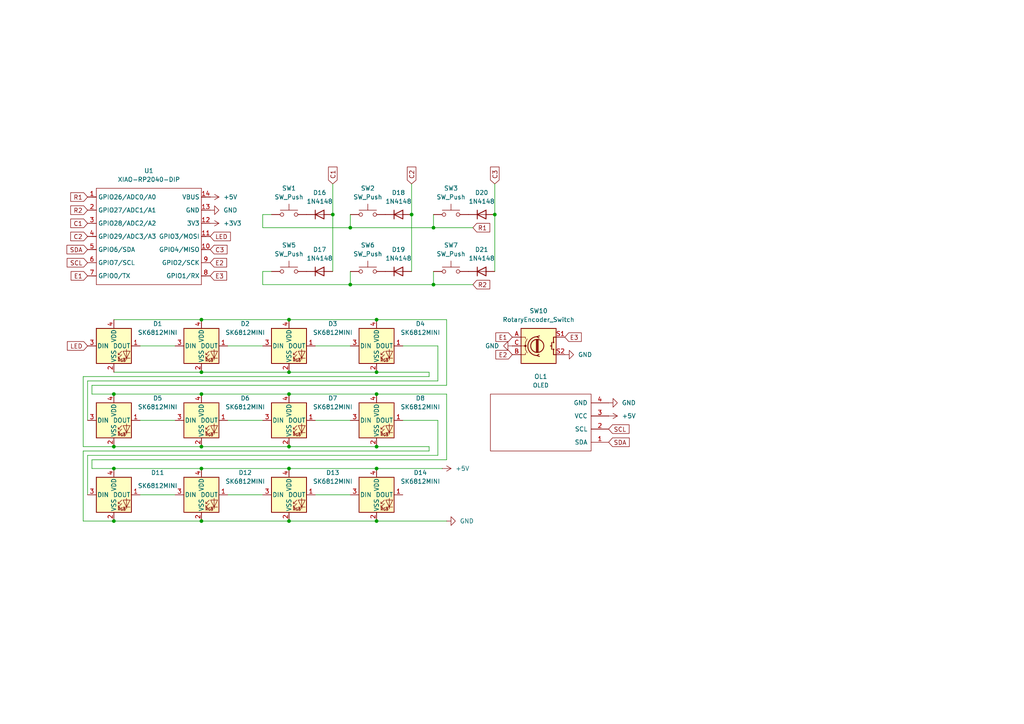
<source format=kicad_sch>
(kicad_sch
	(version 20250114)
	(generator "eeschema")
	(generator_version "9.0")
	(uuid "5cdb136a-46c6-484d-a09a-acf7509200f1")
	(paper "A4")
	(lib_symbols
		(symbol "Device:RotaryEncoder_Switch"
			(pin_names
				(offset 0.254)
				(hide yes)
			)
			(exclude_from_sim no)
			(in_bom yes)
			(on_board yes)
			(property "Reference" "SW"
				(at 0 6.604 0)
				(effects
					(font
						(size 1.27 1.27)
					)
				)
			)
			(property "Value" "RotaryEncoder_Switch"
				(at 0 -6.604 0)
				(effects
					(font
						(size 1.27 1.27)
					)
				)
			)
			(property "Footprint" ""
				(at -3.81 4.064 0)
				(effects
					(font
						(size 1.27 1.27)
					)
					(hide yes)
				)
			)
			(property "Datasheet" "~"
				(at 0 6.604 0)
				(effects
					(font
						(size 1.27 1.27)
					)
					(hide yes)
				)
			)
			(property "Description" "Rotary encoder, dual channel, incremental quadrate outputs, with switch"
				(at 0 0 0)
				(effects
					(font
						(size 1.27 1.27)
					)
					(hide yes)
				)
			)
			(property "ki_keywords" "rotary switch encoder switch push button"
				(at 0 0 0)
				(effects
					(font
						(size 1.27 1.27)
					)
					(hide yes)
				)
			)
			(property "ki_fp_filters" "RotaryEncoder*Switch*"
				(at 0 0 0)
				(effects
					(font
						(size 1.27 1.27)
					)
					(hide yes)
				)
			)
			(symbol "RotaryEncoder_Switch_0_1"
				(rectangle
					(start -5.08 5.08)
					(end 5.08 -5.08)
					(stroke
						(width 0.254)
						(type default)
					)
					(fill
						(type background)
					)
				)
				(polyline
					(pts
						(xy -5.08 2.54) (xy -3.81 2.54) (xy -3.81 2.032)
					)
					(stroke
						(width 0)
						(type default)
					)
					(fill
						(type none)
					)
				)
				(polyline
					(pts
						(xy -5.08 0) (xy -3.81 0) (xy -3.81 -1.016) (xy -3.302 -2.032)
					)
					(stroke
						(width 0)
						(type default)
					)
					(fill
						(type none)
					)
				)
				(polyline
					(pts
						(xy -5.08 -2.54) (xy -3.81 -2.54) (xy -3.81 -2.032)
					)
					(stroke
						(width 0)
						(type default)
					)
					(fill
						(type none)
					)
				)
				(polyline
					(pts
						(xy -4.318 0) (xy -3.81 0) (xy -3.81 1.016) (xy -3.302 2.032)
					)
					(stroke
						(width 0)
						(type default)
					)
					(fill
						(type none)
					)
				)
				(circle
					(center -3.81 0)
					(radius 0.254)
					(stroke
						(width 0)
						(type default)
					)
					(fill
						(type outline)
					)
				)
				(polyline
					(pts
						(xy -0.635 -1.778) (xy -0.635 1.778)
					)
					(stroke
						(width 0.254)
						(type default)
					)
					(fill
						(type none)
					)
				)
				(circle
					(center -0.381 0)
					(radius 1.905)
					(stroke
						(width 0.254)
						(type default)
					)
					(fill
						(type none)
					)
				)
				(polyline
					(pts
						(xy -0.381 -1.778) (xy -0.381 1.778)
					)
					(stroke
						(width 0.254)
						(type default)
					)
					(fill
						(type none)
					)
				)
				(arc
					(start -0.381 -2.794)
					(mid -3.0988 -0.0635)
					(end -0.381 2.667)
					(stroke
						(width 0.254)
						(type default)
					)
					(fill
						(type none)
					)
				)
				(polyline
					(pts
						(xy -0.127 1.778) (xy -0.127 -1.778)
					)
					(stroke
						(width 0.254)
						(type default)
					)
					(fill
						(type none)
					)
				)
				(polyline
					(pts
						(xy 0.254 2.921) (xy -0.508 2.667) (xy 0.127 2.286)
					)
					(stroke
						(width 0.254)
						(type default)
					)
					(fill
						(type none)
					)
				)
				(polyline
					(pts
						(xy 0.254 -3.048) (xy -0.508 -2.794) (xy 0.127 -2.413)
					)
					(stroke
						(width 0.254)
						(type default)
					)
					(fill
						(type none)
					)
				)
				(polyline
					(pts
						(xy 3.81 1.016) (xy 3.81 -1.016)
					)
					(stroke
						(width 0.254)
						(type default)
					)
					(fill
						(type none)
					)
				)
				(polyline
					(pts
						(xy 3.81 0) (xy 3.429 0)
					)
					(stroke
						(width 0.254)
						(type default)
					)
					(fill
						(type none)
					)
				)
				(circle
					(center 4.318 1.016)
					(radius 0.127)
					(stroke
						(width 0.254)
						(type default)
					)
					(fill
						(type none)
					)
				)
				(circle
					(center 4.318 -1.016)
					(radius 0.127)
					(stroke
						(width 0.254)
						(type default)
					)
					(fill
						(type none)
					)
				)
				(polyline
					(pts
						(xy 5.08 2.54) (xy 4.318 2.54) (xy 4.318 1.016)
					)
					(stroke
						(width 0.254)
						(type default)
					)
					(fill
						(type none)
					)
				)
				(polyline
					(pts
						(xy 5.08 -2.54) (xy 4.318 -2.54) (xy 4.318 -1.016)
					)
					(stroke
						(width 0.254)
						(type default)
					)
					(fill
						(type none)
					)
				)
			)
			(symbol "RotaryEncoder_Switch_1_1"
				(pin passive line
					(at -7.62 2.54 0)
					(length 2.54)
					(name "A"
						(effects
							(font
								(size 1.27 1.27)
							)
						)
					)
					(number "A"
						(effects
							(font
								(size 1.27 1.27)
							)
						)
					)
				)
				(pin passive line
					(at -7.62 0 0)
					(length 2.54)
					(name "C"
						(effects
							(font
								(size 1.27 1.27)
							)
						)
					)
					(number "C"
						(effects
							(font
								(size 1.27 1.27)
							)
						)
					)
				)
				(pin passive line
					(at -7.62 -2.54 0)
					(length 2.54)
					(name "B"
						(effects
							(font
								(size 1.27 1.27)
							)
						)
					)
					(number "B"
						(effects
							(font
								(size 1.27 1.27)
							)
						)
					)
				)
				(pin passive line
					(at 7.62 2.54 180)
					(length 2.54)
					(name "S1"
						(effects
							(font
								(size 1.27 1.27)
							)
						)
					)
					(number "S1"
						(effects
							(font
								(size 1.27 1.27)
							)
						)
					)
				)
				(pin passive line
					(at 7.62 -2.54 180)
					(length 2.54)
					(name "S2"
						(effects
							(font
								(size 1.27 1.27)
							)
						)
					)
					(number "S2"
						(effects
							(font
								(size 1.27 1.27)
							)
						)
					)
				)
			)
			(embedded_fonts no)
		)
		(symbol "Diode:1N4148"
			(pin_numbers
				(hide yes)
			)
			(pin_names
				(hide yes)
			)
			(exclude_from_sim no)
			(in_bom yes)
			(on_board yes)
			(property "Reference" "D"
				(at 0 2.54 0)
				(effects
					(font
						(size 1.27 1.27)
					)
				)
			)
			(property "Value" "1N4148"
				(at 0 -2.54 0)
				(effects
					(font
						(size 1.27 1.27)
					)
				)
			)
			(property "Footprint" "Diode_THT:D_DO-35_SOD27_P7.62mm_Horizontal"
				(at 0 0 0)
				(effects
					(font
						(size 1.27 1.27)
					)
					(hide yes)
				)
			)
			(property "Datasheet" "https://assets.nexperia.com/documents/data-sheet/1N4148_1N4448.pdf"
				(at 0 0 0)
				(effects
					(font
						(size 1.27 1.27)
					)
					(hide yes)
				)
			)
			(property "Description" "100V 0.15A standard switching diode, DO-35"
				(at 0 0 0)
				(effects
					(font
						(size 1.27 1.27)
					)
					(hide yes)
				)
			)
			(property "Sim.Device" "D"
				(at 0 0 0)
				(effects
					(font
						(size 1.27 1.27)
					)
					(hide yes)
				)
			)
			(property "Sim.Pins" "1=K 2=A"
				(at 0 0 0)
				(effects
					(font
						(size 1.27 1.27)
					)
					(hide yes)
				)
			)
			(property "ki_keywords" "diode"
				(at 0 0 0)
				(effects
					(font
						(size 1.27 1.27)
					)
					(hide yes)
				)
			)
			(property "ki_fp_filters" "D*DO?35*"
				(at 0 0 0)
				(effects
					(font
						(size 1.27 1.27)
					)
					(hide yes)
				)
			)
			(symbol "1N4148_0_1"
				(polyline
					(pts
						(xy -1.27 1.27) (xy -1.27 -1.27)
					)
					(stroke
						(width 0.254)
						(type default)
					)
					(fill
						(type none)
					)
				)
				(polyline
					(pts
						(xy 1.27 1.27) (xy 1.27 -1.27) (xy -1.27 0) (xy 1.27 1.27)
					)
					(stroke
						(width 0.254)
						(type default)
					)
					(fill
						(type none)
					)
				)
				(polyline
					(pts
						(xy 1.27 0) (xy -1.27 0)
					)
					(stroke
						(width 0)
						(type default)
					)
					(fill
						(type none)
					)
				)
			)
			(symbol "1N4148_1_1"
				(pin passive line
					(at -3.81 0 0)
					(length 2.54)
					(name "K"
						(effects
							(font
								(size 1.27 1.27)
							)
						)
					)
					(number "1"
						(effects
							(font
								(size 1.27 1.27)
							)
						)
					)
				)
				(pin passive line
					(at 3.81 0 180)
					(length 2.54)
					(name "A"
						(effects
							(font
								(size 1.27 1.27)
							)
						)
					)
					(number "2"
						(effects
							(font
								(size 1.27 1.27)
							)
						)
					)
				)
			)
			(embedded_fonts no)
		)
		(symbol "KBD:OLED"
			(pin_names
				(offset 1.016)
			)
			(exclude_from_sim no)
			(in_bom yes)
			(on_board yes)
			(property "Reference" "OL"
				(at 0 2.54 0)
				(effects
					(font
						(size 1.2954 1.2954)
					)
				)
			)
			(property "Value" "OLED"
				(at 0 -1.27 0)
				(effects
					(font
						(size 1.1938 1.1938)
					)
				)
			)
			(property "Footprint" ""
				(at 0 2.54 0)
				(effects
					(font
						(size 1.524 1.524)
					)
					(hide yes)
				)
			)
			(property "Datasheet" ""
				(at 0 2.54 0)
				(effects
					(font
						(size 1.524 1.524)
					)
					(hide yes)
				)
			)
			(property "Description" ""
				(at 0 0 0)
				(effects
					(font
						(size 1.27 1.27)
					)
					(hide yes)
				)
			)
			(symbol "OLED_0_1"
				(rectangle
					(start -13.97 8.89)
					(end 15.24 -7.62)
					(stroke
						(width 0)
						(type solid)
					)
					(fill
						(type none)
					)
				)
			)
			(symbol "OLED_1_1"
				(pin bidirectional line
					(at -19.05 6.35 0)
					(length 5.08)
					(name "SDA"
						(effects
							(font
								(size 1.27 1.27)
							)
						)
					)
					(number "1"
						(effects
							(font
								(size 1.27 1.27)
							)
						)
					)
				)
				(pin bidirectional line
					(at -19.05 2.54 0)
					(length 5.08)
					(name "SCL"
						(effects
							(font
								(size 1.27 1.27)
							)
						)
					)
					(number "2"
						(effects
							(font
								(size 1.27 1.27)
							)
						)
					)
				)
				(pin power_in line
					(at -19.05 -1.27 0)
					(length 5.08)
					(name "VCC"
						(effects
							(font
								(size 1.27 1.27)
							)
						)
					)
					(number "3"
						(effects
							(font
								(size 1.27 1.27)
							)
						)
					)
				)
				(pin power_in line
					(at -19.05 -5.08 0)
					(length 5.08)
					(name "GND"
						(effects
							(font
								(size 1.27 1.27)
							)
						)
					)
					(number "4"
						(effects
							(font
								(size 1.27 1.27)
							)
						)
					)
				)
			)
			(embedded_fonts no)
		)
		(symbol "LED:SK6812MINI"
			(pin_names
				(offset 0.254)
			)
			(exclude_from_sim no)
			(in_bom yes)
			(on_board yes)
			(property "Reference" "D"
				(at 5.08 5.715 0)
				(effects
					(font
						(size 1.27 1.27)
					)
					(justify right bottom)
				)
			)
			(property "Value" "SK6812MINI"
				(at 1.27 -5.715 0)
				(effects
					(font
						(size 1.27 1.27)
					)
					(justify left top)
				)
			)
			(property "Footprint" "LED_SMD:LED_SK6812MINI_PLCC4_3.5x3.5mm_P1.75mm"
				(at 1.27 -7.62 0)
				(effects
					(font
						(size 1.27 1.27)
					)
					(justify left top)
					(hide yes)
				)
			)
			(property "Datasheet" "https://cdn-shop.adafruit.com/product-files/2686/SK6812MINI_REV.01-1-2.pdf"
				(at 2.54 -9.525 0)
				(effects
					(font
						(size 1.27 1.27)
					)
					(justify left top)
					(hide yes)
				)
			)
			(property "Description" "RGB LED with integrated controller"
				(at 0 0 0)
				(effects
					(font
						(size 1.27 1.27)
					)
					(hide yes)
				)
			)
			(property "ki_keywords" "RGB LED NeoPixel Mini addressable"
				(at 0 0 0)
				(effects
					(font
						(size 1.27 1.27)
					)
					(hide yes)
				)
			)
			(property "ki_fp_filters" "LED*SK6812MINI*PLCC*3.5x3.5mm*P1.75mm*"
				(at 0 0 0)
				(effects
					(font
						(size 1.27 1.27)
					)
					(hide yes)
				)
			)
			(symbol "SK6812MINI_0_0"
				(text "RGB"
					(at 2.286 -4.191 0)
					(effects
						(font
							(size 0.762 0.762)
						)
					)
				)
			)
			(symbol "SK6812MINI_0_1"
				(polyline
					(pts
						(xy 1.27 -2.54) (xy 1.778 -2.54)
					)
					(stroke
						(width 0)
						(type default)
					)
					(fill
						(type none)
					)
				)
				(polyline
					(pts
						(xy 1.27 -3.556) (xy 1.778 -3.556)
					)
					(stroke
						(width 0)
						(type default)
					)
					(fill
						(type none)
					)
				)
				(polyline
					(pts
						(xy 2.286 -1.524) (xy 1.27 -2.54) (xy 1.27 -2.032)
					)
					(stroke
						(width 0)
						(type default)
					)
					(fill
						(type none)
					)
				)
				(polyline
					(pts
						(xy 2.286 -2.54) (xy 1.27 -3.556) (xy 1.27 -3.048)
					)
					(stroke
						(width 0)
						(type default)
					)
					(fill
						(type none)
					)
				)
				(polyline
					(pts
						(xy 3.683 -1.016) (xy 3.683 -3.556) (xy 3.683 -4.064)
					)
					(stroke
						(width 0)
						(type default)
					)
					(fill
						(type none)
					)
				)
				(polyline
					(pts
						(xy 4.699 -1.524) (xy 2.667 -1.524) (xy 3.683 -3.556) (xy 4.699 -1.524)
					)
					(stroke
						(width 0)
						(type default)
					)
					(fill
						(type none)
					)
				)
				(polyline
					(pts
						(xy 4.699 -3.556) (xy 2.667 -3.556)
					)
					(stroke
						(width 0)
						(type default)
					)
					(fill
						(type none)
					)
				)
				(rectangle
					(start 5.08 5.08)
					(end -5.08 -5.08)
					(stroke
						(width 0.254)
						(type default)
					)
					(fill
						(type background)
					)
				)
			)
			(symbol "SK6812MINI_1_1"
				(pin input line
					(at -7.62 0 0)
					(length 2.54)
					(name "DIN"
						(effects
							(font
								(size 1.27 1.27)
							)
						)
					)
					(number "3"
						(effects
							(font
								(size 1.27 1.27)
							)
						)
					)
				)
				(pin power_in line
					(at 0 7.62 270)
					(length 2.54)
					(name "VDD"
						(effects
							(font
								(size 1.27 1.27)
							)
						)
					)
					(number "4"
						(effects
							(font
								(size 1.27 1.27)
							)
						)
					)
				)
				(pin power_in line
					(at 0 -7.62 90)
					(length 2.54)
					(name "VSS"
						(effects
							(font
								(size 1.27 1.27)
							)
						)
					)
					(number "2"
						(effects
							(font
								(size 1.27 1.27)
							)
						)
					)
				)
				(pin output line
					(at 7.62 0 180)
					(length 2.54)
					(name "DOUT"
						(effects
							(font
								(size 1.27 1.27)
							)
						)
					)
					(number "1"
						(effects
							(font
								(size 1.27 1.27)
							)
						)
					)
				)
			)
			(embedded_fonts no)
		)
		(symbol "OPL:XIAO-RP2040-DIP"
			(exclude_from_sim no)
			(in_bom yes)
			(on_board yes)
			(property "Reference" "U"
				(at 0 0 0)
				(effects
					(font
						(size 1.27 1.27)
					)
				)
			)
			(property "Value" "XIAO-RP2040-DIP"
				(at 5.334 -1.778 0)
				(effects
					(font
						(size 1.27 1.27)
					)
				)
			)
			(property "Footprint" "Module:MOUDLE14P-XIAO-DIP-SMD"
				(at 14.478 -32.258 0)
				(effects
					(font
						(size 1.27 1.27)
					)
					(hide yes)
				)
			)
			(property "Datasheet" ""
				(at 0 0 0)
				(effects
					(font
						(size 1.27 1.27)
					)
					(hide yes)
				)
			)
			(property "Description" ""
				(at 0 0 0)
				(effects
					(font
						(size 1.27 1.27)
					)
					(hide yes)
				)
			)
			(symbol "XIAO-RP2040-DIP_1_0"
				(polyline
					(pts
						(xy -1.27 -2.54) (xy 29.21 -2.54)
					)
					(stroke
						(width 0.1524)
						(type solid)
					)
					(fill
						(type none)
					)
				)
				(polyline
					(pts
						(xy -1.27 -5.08) (xy -2.54 -5.08)
					)
					(stroke
						(width 0.1524)
						(type solid)
					)
					(fill
						(type none)
					)
				)
				(polyline
					(pts
						(xy -1.27 -5.08) (xy -1.27 -2.54)
					)
					(stroke
						(width 0.1524)
						(type solid)
					)
					(fill
						(type none)
					)
				)
				(polyline
					(pts
						(xy -1.27 -8.89) (xy -2.54 -8.89)
					)
					(stroke
						(width 0.1524)
						(type solid)
					)
					(fill
						(type none)
					)
				)
				(polyline
					(pts
						(xy -1.27 -8.89) (xy -1.27 -5.08)
					)
					(stroke
						(width 0.1524)
						(type solid)
					)
					(fill
						(type none)
					)
				)
				(polyline
					(pts
						(xy -1.27 -12.7) (xy -2.54 -12.7)
					)
					(stroke
						(width 0.1524)
						(type solid)
					)
					(fill
						(type none)
					)
				)
				(polyline
					(pts
						(xy -1.27 -12.7) (xy -1.27 -8.89)
					)
					(stroke
						(width 0.1524)
						(type solid)
					)
					(fill
						(type none)
					)
				)
				(polyline
					(pts
						(xy -1.27 -16.51) (xy -2.54 -16.51)
					)
					(stroke
						(width 0.1524)
						(type solid)
					)
					(fill
						(type none)
					)
				)
				(polyline
					(pts
						(xy -1.27 -16.51) (xy -1.27 -12.7)
					)
					(stroke
						(width 0.1524)
						(type solid)
					)
					(fill
						(type none)
					)
				)
				(polyline
					(pts
						(xy -1.27 -20.32) (xy -2.54 -20.32)
					)
					(stroke
						(width 0.1524)
						(type solid)
					)
					(fill
						(type none)
					)
				)
				(polyline
					(pts
						(xy -1.27 -24.13) (xy -2.54 -24.13)
					)
					(stroke
						(width 0.1524)
						(type solid)
					)
					(fill
						(type none)
					)
				)
				(polyline
					(pts
						(xy -1.27 -27.94) (xy -2.54 -27.94)
					)
					(stroke
						(width 0.1524)
						(type solid)
					)
					(fill
						(type none)
					)
				)
				(polyline
					(pts
						(xy -1.27 -30.48) (xy -1.27 -16.51)
					)
					(stroke
						(width 0.1524)
						(type solid)
					)
					(fill
						(type none)
					)
				)
				(polyline
					(pts
						(xy 29.21 -2.54) (xy 29.21 -5.08)
					)
					(stroke
						(width 0.1524)
						(type solid)
					)
					(fill
						(type none)
					)
				)
				(polyline
					(pts
						(xy 29.21 -5.08) (xy 29.21 -8.89)
					)
					(stroke
						(width 0.1524)
						(type solid)
					)
					(fill
						(type none)
					)
				)
				(polyline
					(pts
						(xy 29.21 -8.89) (xy 29.21 -12.7)
					)
					(stroke
						(width 0.1524)
						(type solid)
					)
					(fill
						(type none)
					)
				)
				(polyline
					(pts
						(xy 29.21 -12.7) (xy 29.21 -30.48)
					)
					(stroke
						(width 0.1524)
						(type solid)
					)
					(fill
						(type none)
					)
				)
				(polyline
					(pts
						(xy 29.21 -30.48) (xy -1.27 -30.48)
					)
					(stroke
						(width 0.1524)
						(type solid)
					)
					(fill
						(type none)
					)
				)
				(polyline
					(pts
						(xy 30.48 -5.08) (xy 29.21 -5.08)
					)
					(stroke
						(width 0.1524)
						(type solid)
					)
					(fill
						(type none)
					)
				)
				(polyline
					(pts
						(xy 30.48 -8.89) (xy 29.21 -8.89)
					)
					(stroke
						(width 0.1524)
						(type solid)
					)
					(fill
						(type none)
					)
				)
				(polyline
					(pts
						(xy 30.48 -12.7) (xy 29.21 -12.7)
					)
					(stroke
						(width 0.1524)
						(type solid)
					)
					(fill
						(type none)
					)
				)
				(polyline
					(pts
						(xy 30.48 -16.51) (xy 29.21 -16.51)
					)
					(stroke
						(width 0.1524)
						(type solid)
					)
					(fill
						(type none)
					)
				)
				(polyline
					(pts
						(xy 30.48 -20.32) (xy 29.21 -20.32)
					)
					(stroke
						(width 0.1524)
						(type solid)
					)
					(fill
						(type none)
					)
				)
				(polyline
					(pts
						(xy 30.48 -24.13) (xy 29.21 -24.13)
					)
					(stroke
						(width 0.1524)
						(type solid)
					)
					(fill
						(type none)
					)
				)
				(polyline
					(pts
						(xy 30.48 -27.94) (xy 29.21 -27.94)
					)
					(stroke
						(width 0.1524)
						(type solid)
					)
					(fill
						(type none)
					)
				)
				(pin passive line
					(at -3.81 -5.08 0)
					(length 2.54)
					(name "GPIO26/ADC0/A0"
						(effects
							(font
								(size 1.27 1.27)
							)
						)
					)
					(number "1"
						(effects
							(font
								(size 1.27 1.27)
							)
						)
					)
				)
				(pin passive line
					(at -3.81 -8.89 0)
					(length 2.54)
					(name "GPIO27/ADC1/A1"
						(effects
							(font
								(size 1.27 1.27)
							)
						)
					)
					(number "2"
						(effects
							(font
								(size 1.27 1.27)
							)
						)
					)
				)
				(pin passive line
					(at -3.81 -12.7 0)
					(length 2.54)
					(name "GPIO28/ADC2/A2"
						(effects
							(font
								(size 1.27 1.27)
							)
						)
					)
					(number "3"
						(effects
							(font
								(size 1.27 1.27)
							)
						)
					)
				)
				(pin passive line
					(at -3.81 -16.51 0)
					(length 2.54)
					(name "GPIO29/ADC3/A3"
						(effects
							(font
								(size 1.27 1.27)
							)
						)
					)
					(number "4"
						(effects
							(font
								(size 1.27 1.27)
							)
						)
					)
				)
				(pin passive line
					(at -3.81 -20.32 0)
					(length 2.54)
					(name "GPIO6/SDA"
						(effects
							(font
								(size 1.27 1.27)
							)
						)
					)
					(number "5"
						(effects
							(font
								(size 1.27 1.27)
							)
						)
					)
				)
				(pin passive line
					(at -3.81 -24.13 0)
					(length 2.54)
					(name "GPIO7/SCL"
						(effects
							(font
								(size 1.27 1.27)
							)
						)
					)
					(number "6"
						(effects
							(font
								(size 1.27 1.27)
							)
						)
					)
				)
				(pin passive line
					(at -3.81 -27.94 0)
					(length 2.54)
					(name "GPIO0/TX"
						(effects
							(font
								(size 1.27 1.27)
							)
						)
					)
					(number "7"
						(effects
							(font
								(size 1.27 1.27)
							)
						)
					)
				)
				(pin passive line
					(at 31.75 -5.08 180)
					(length 2.54)
					(name "VBUS"
						(effects
							(font
								(size 1.27 1.27)
							)
						)
					)
					(number "14"
						(effects
							(font
								(size 1.27 1.27)
							)
						)
					)
				)
				(pin passive line
					(at 31.75 -8.89 180)
					(length 2.54)
					(name "GND"
						(effects
							(font
								(size 1.27 1.27)
							)
						)
					)
					(number "13"
						(effects
							(font
								(size 1.27 1.27)
							)
						)
					)
				)
				(pin passive line
					(at 31.75 -12.7 180)
					(length 2.54)
					(name "3V3"
						(effects
							(font
								(size 1.27 1.27)
							)
						)
					)
					(number "12"
						(effects
							(font
								(size 1.27 1.27)
							)
						)
					)
				)
				(pin passive line
					(at 31.75 -16.51 180)
					(length 2.54)
					(name "GPIO3/MOSI"
						(effects
							(font
								(size 1.27 1.27)
							)
						)
					)
					(number "11"
						(effects
							(font
								(size 1.27 1.27)
							)
						)
					)
				)
				(pin passive line
					(at 31.75 -20.32 180)
					(length 2.54)
					(name "GPIO4/MISO"
						(effects
							(font
								(size 1.27 1.27)
							)
						)
					)
					(number "10"
						(effects
							(font
								(size 1.27 1.27)
							)
						)
					)
				)
				(pin passive line
					(at 31.75 -24.13 180)
					(length 2.54)
					(name "GPIO2/SCK"
						(effects
							(font
								(size 1.27 1.27)
							)
						)
					)
					(number "9"
						(effects
							(font
								(size 1.27 1.27)
							)
						)
					)
				)
				(pin passive line
					(at 31.75 -27.94 180)
					(length 2.54)
					(name "GPIO1/RX"
						(effects
							(font
								(size 1.27 1.27)
							)
						)
					)
					(number "8"
						(effects
							(font
								(size 1.27 1.27)
							)
						)
					)
				)
			)
			(embedded_fonts no)
		)
		(symbol "Switch:SW_Push"
			(pin_numbers
				(hide yes)
			)
			(pin_names
				(offset 1.016)
				(hide yes)
			)
			(exclude_from_sim no)
			(in_bom yes)
			(on_board yes)
			(property "Reference" "SW"
				(at 1.27 2.54 0)
				(effects
					(font
						(size 1.27 1.27)
					)
					(justify left)
				)
			)
			(property "Value" "SW_Push"
				(at 0 -1.524 0)
				(effects
					(font
						(size 1.27 1.27)
					)
				)
			)
			(property "Footprint" ""
				(at 0 5.08 0)
				(effects
					(font
						(size 1.27 1.27)
					)
					(hide yes)
				)
			)
			(property "Datasheet" "~"
				(at 0 5.08 0)
				(effects
					(font
						(size 1.27 1.27)
					)
					(hide yes)
				)
			)
			(property "Description" "Push button switch, generic, two pins"
				(at 0 0 0)
				(effects
					(font
						(size 1.27 1.27)
					)
					(hide yes)
				)
			)
			(property "ki_keywords" "switch normally-open pushbutton push-button"
				(at 0 0 0)
				(effects
					(font
						(size 1.27 1.27)
					)
					(hide yes)
				)
			)
			(symbol "SW_Push_0_1"
				(circle
					(center -2.032 0)
					(radius 0.508)
					(stroke
						(width 0)
						(type default)
					)
					(fill
						(type none)
					)
				)
				(polyline
					(pts
						(xy 0 1.27) (xy 0 3.048)
					)
					(stroke
						(width 0)
						(type default)
					)
					(fill
						(type none)
					)
				)
				(circle
					(center 2.032 0)
					(radius 0.508)
					(stroke
						(width 0)
						(type default)
					)
					(fill
						(type none)
					)
				)
				(polyline
					(pts
						(xy 2.54 1.27) (xy -2.54 1.27)
					)
					(stroke
						(width 0)
						(type default)
					)
					(fill
						(type none)
					)
				)
				(pin passive line
					(at -5.08 0 0)
					(length 2.54)
					(name "1"
						(effects
							(font
								(size 1.27 1.27)
							)
						)
					)
					(number "1"
						(effects
							(font
								(size 1.27 1.27)
							)
						)
					)
				)
				(pin passive line
					(at 5.08 0 180)
					(length 2.54)
					(name "2"
						(effects
							(font
								(size 1.27 1.27)
							)
						)
					)
					(number "2"
						(effects
							(font
								(size 1.27 1.27)
							)
						)
					)
				)
			)
			(embedded_fonts no)
		)
		(symbol "power:+3V3"
			(power)
			(pin_numbers
				(hide yes)
			)
			(pin_names
				(offset 0)
				(hide yes)
			)
			(exclude_from_sim no)
			(in_bom yes)
			(on_board yes)
			(property "Reference" "#PWR"
				(at 0 -3.81 0)
				(effects
					(font
						(size 1.27 1.27)
					)
					(hide yes)
				)
			)
			(property "Value" "+3V3"
				(at 0 3.556 0)
				(effects
					(font
						(size 1.27 1.27)
					)
				)
			)
			(property "Footprint" ""
				(at 0 0 0)
				(effects
					(font
						(size 1.27 1.27)
					)
					(hide yes)
				)
			)
			(property "Datasheet" ""
				(at 0 0 0)
				(effects
					(font
						(size 1.27 1.27)
					)
					(hide yes)
				)
			)
			(property "Description" "Power symbol creates a global label with name \"+3V3\""
				(at 0 0 0)
				(effects
					(font
						(size 1.27 1.27)
					)
					(hide yes)
				)
			)
			(property "ki_keywords" "global power"
				(at 0 0 0)
				(effects
					(font
						(size 1.27 1.27)
					)
					(hide yes)
				)
			)
			(symbol "+3V3_0_1"
				(polyline
					(pts
						(xy -0.762 1.27) (xy 0 2.54)
					)
					(stroke
						(width 0)
						(type default)
					)
					(fill
						(type none)
					)
				)
				(polyline
					(pts
						(xy 0 2.54) (xy 0.762 1.27)
					)
					(stroke
						(width 0)
						(type default)
					)
					(fill
						(type none)
					)
				)
				(polyline
					(pts
						(xy 0 0) (xy 0 2.54)
					)
					(stroke
						(width 0)
						(type default)
					)
					(fill
						(type none)
					)
				)
			)
			(symbol "+3V3_1_1"
				(pin power_in line
					(at 0 0 90)
					(length 0)
					(name "~"
						(effects
							(font
								(size 1.27 1.27)
							)
						)
					)
					(number "1"
						(effects
							(font
								(size 1.27 1.27)
							)
						)
					)
				)
			)
			(embedded_fonts no)
		)
		(symbol "power:+5V"
			(power)
			(pin_numbers
				(hide yes)
			)
			(pin_names
				(offset 0)
				(hide yes)
			)
			(exclude_from_sim no)
			(in_bom yes)
			(on_board yes)
			(property "Reference" "#PWR"
				(at 0 -3.81 0)
				(effects
					(font
						(size 1.27 1.27)
					)
					(hide yes)
				)
			)
			(property "Value" "+5V"
				(at 0 3.556 0)
				(effects
					(font
						(size 1.27 1.27)
					)
				)
			)
			(property "Footprint" ""
				(at 0 0 0)
				(effects
					(font
						(size 1.27 1.27)
					)
					(hide yes)
				)
			)
			(property "Datasheet" ""
				(at 0 0 0)
				(effects
					(font
						(size 1.27 1.27)
					)
					(hide yes)
				)
			)
			(property "Description" "Power symbol creates a global label with name \"+5V\""
				(at 0 0 0)
				(effects
					(font
						(size 1.27 1.27)
					)
					(hide yes)
				)
			)
			(property "ki_keywords" "global power"
				(at 0 0 0)
				(effects
					(font
						(size 1.27 1.27)
					)
					(hide yes)
				)
			)
			(symbol "+5V_0_1"
				(polyline
					(pts
						(xy -0.762 1.27) (xy 0 2.54)
					)
					(stroke
						(width 0)
						(type default)
					)
					(fill
						(type none)
					)
				)
				(polyline
					(pts
						(xy 0 2.54) (xy 0.762 1.27)
					)
					(stroke
						(width 0)
						(type default)
					)
					(fill
						(type none)
					)
				)
				(polyline
					(pts
						(xy 0 0) (xy 0 2.54)
					)
					(stroke
						(width 0)
						(type default)
					)
					(fill
						(type none)
					)
				)
			)
			(symbol "+5V_1_1"
				(pin power_in line
					(at 0 0 90)
					(length 0)
					(name "~"
						(effects
							(font
								(size 1.27 1.27)
							)
						)
					)
					(number "1"
						(effects
							(font
								(size 1.27 1.27)
							)
						)
					)
				)
			)
			(embedded_fonts no)
		)
		(symbol "power:GND"
			(power)
			(pin_numbers
				(hide yes)
			)
			(pin_names
				(offset 0)
				(hide yes)
			)
			(exclude_from_sim no)
			(in_bom yes)
			(on_board yes)
			(property "Reference" "#PWR"
				(at 0 -6.35 0)
				(effects
					(font
						(size 1.27 1.27)
					)
					(hide yes)
				)
			)
			(property "Value" "GND"
				(at 0 -3.81 0)
				(effects
					(font
						(size 1.27 1.27)
					)
				)
			)
			(property "Footprint" ""
				(at 0 0 0)
				(effects
					(font
						(size 1.27 1.27)
					)
					(hide yes)
				)
			)
			(property "Datasheet" ""
				(at 0 0 0)
				(effects
					(font
						(size 1.27 1.27)
					)
					(hide yes)
				)
			)
			(property "Description" "Power symbol creates a global label with name \"GND\" , ground"
				(at 0 0 0)
				(effects
					(font
						(size 1.27 1.27)
					)
					(hide yes)
				)
			)
			(property "ki_keywords" "global power"
				(at 0 0 0)
				(effects
					(font
						(size 1.27 1.27)
					)
					(hide yes)
				)
			)
			(symbol "GND_0_1"
				(polyline
					(pts
						(xy 0 0) (xy 0 -1.27) (xy 1.27 -1.27) (xy 0 -2.54) (xy -1.27 -1.27) (xy 0 -1.27)
					)
					(stroke
						(width 0)
						(type default)
					)
					(fill
						(type none)
					)
				)
			)
			(symbol "GND_1_1"
				(pin power_in line
					(at 0 0 270)
					(length 0)
					(name "~"
						(effects
							(font
								(size 1.27 1.27)
							)
						)
					)
					(number "1"
						(effects
							(font
								(size 1.27 1.27)
							)
						)
					)
				)
			)
			(embedded_fonts no)
		)
	)
	(junction
		(at 58.42 129.54)
		(diameter 0)
		(color 0 0 0 0)
		(uuid "0402e8ae-d236-42a7-94ab-325b0cd361fd")
	)
	(junction
		(at 58.42 135.89)
		(diameter 0)
		(color 0 0 0 0)
		(uuid "0e961592-4dd5-4022-a6fd-89dcdedffed4")
	)
	(junction
		(at 125.73 66.04)
		(diameter 0)
		(color 0 0 0 0)
		(uuid "0f560756-0c11-4961-9984-4d08c605f755")
	)
	(junction
		(at 109.22 114.3)
		(diameter 0)
		(color 0 0 0 0)
		(uuid "18074c68-b0e5-4201-9ec3-d918975c3c74")
	)
	(junction
		(at 83.82 129.54)
		(diameter 0)
		(color 0 0 0 0)
		(uuid "23042705-4101-4103-a299-9bed3144538a")
	)
	(junction
		(at 83.82 114.3)
		(diameter 0)
		(color 0 0 0 0)
		(uuid "265f5445-fcef-4dc6-8f29-a435d2a234d1")
	)
	(junction
		(at 101.6 66.04)
		(diameter 0)
		(color 0 0 0 0)
		(uuid "38e2a1eb-e3eb-4ff1-92ad-c67a1b35822d")
	)
	(junction
		(at 125.73 82.55)
		(diameter 0)
		(color 0 0 0 0)
		(uuid "3d1c8389-d843-42b7-aee7-413787ea7538")
	)
	(junction
		(at 58.42 107.95)
		(diameter 0)
		(color 0 0 0 0)
		(uuid "4752176b-149a-413c-aacb-c57b0b554960")
	)
	(junction
		(at 33.02 135.89)
		(diameter 0)
		(color 0 0 0 0)
		(uuid "5a187620-79d2-495e-8a6a-545b6fd135f6")
	)
	(junction
		(at 109.22 107.95)
		(diameter 0)
		(color 0 0 0 0)
		(uuid "5ae7ac6a-6196-4709-be11-28059c49520d")
	)
	(junction
		(at 58.42 151.13)
		(diameter 0)
		(color 0 0 0 0)
		(uuid "5e802da1-eb7b-4a6d-b46f-92455af65f2c")
	)
	(junction
		(at 33.02 151.13)
		(diameter 0)
		(color 0 0 0 0)
		(uuid "6e3130d5-be0e-47ad-b32a-e2176d8241b5")
	)
	(junction
		(at 109.22 135.89)
		(diameter 0)
		(color 0 0 0 0)
		(uuid "7545144f-b610-4c10-8324-c93e7fcec181")
	)
	(junction
		(at 119.38 62.23)
		(diameter 0)
		(color 0 0 0 0)
		(uuid "7b3d8847-8c61-4ab2-985a-6109f654120c")
	)
	(junction
		(at 58.42 92.71)
		(diameter 0)
		(color 0 0 0 0)
		(uuid "8c8b731d-7fa1-4e73-a9c3-2b0ce5fd0c16")
	)
	(junction
		(at 83.82 151.13)
		(diameter 0)
		(color 0 0 0 0)
		(uuid "8fd1f5fd-f06d-4f79-9e36-71b5d27828fc")
	)
	(junction
		(at 58.42 114.3)
		(diameter 0)
		(color 0 0 0 0)
		(uuid "a1114826-715e-4f2f-8584-1e9ea95a4b58")
	)
	(junction
		(at 143.51 62.23)
		(diameter 0)
		(color 0 0 0 0)
		(uuid "b89bf1da-60a3-41bc-abcb-a31eeeb1b449")
	)
	(junction
		(at 33.02 114.3)
		(diameter 0)
		(color 0 0 0 0)
		(uuid "c04d7306-277b-42bc-ba7a-f5c3f9fca703")
	)
	(junction
		(at 109.22 129.54)
		(diameter 0)
		(color 0 0 0 0)
		(uuid "c8e8e021-3425-4e61-b50c-b8753eee98a9")
	)
	(junction
		(at 96.52 62.23)
		(diameter 0)
		(color 0 0 0 0)
		(uuid "ce17c814-233d-4b69-967b-33662de916dc")
	)
	(junction
		(at 83.82 92.71)
		(diameter 0)
		(color 0 0 0 0)
		(uuid "e979bb25-c618-41be-a5d2-02fb85f1e0ac")
	)
	(junction
		(at 101.6 82.55)
		(diameter 0)
		(color 0 0 0 0)
		(uuid "ecec20d8-3037-4eb0-9f56-b3f0035ae48a")
	)
	(junction
		(at 83.82 135.89)
		(diameter 0)
		(color 0 0 0 0)
		(uuid "eeaa6645-73be-43c5-8989-841fd2d80ef3")
	)
	(junction
		(at 33.02 129.54)
		(diameter 0)
		(color 0 0 0 0)
		(uuid "ef41c6e5-e881-49fc-9298-33d005efa333")
	)
	(junction
		(at 83.82 107.95)
		(diameter 0)
		(color 0 0 0 0)
		(uuid "fa3f3f14-31c6-421a-8582-1a1eec9346aa")
	)
	(junction
		(at 109.22 92.71)
		(diameter 0)
		(color 0 0 0 0)
		(uuid "fc19ab3a-a330-4899-9487-f1cc1053eb1c")
	)
	(junction
		(at 109.22 151.13)
		(diameter 0)
		(color 0 0 0 0)
		(uuid "ffd849fe-31d2-4229-a7ce-2b9729cdd59f")
	)
	(wire
		(pts
			(xy 26.67 133.35) (xy 26.67 135.89)
		)
		(stroke
			(width 0)
			(type default)
		)
		(uuid "0321ac53-2ef8-4a97-943d-fa58e25e94fe")
	)
	(wire
		(pts
			(xy 101.6 82.55) (xy 125.73 82.55)
		)
		(stroke
			(width 0)
			(type default)
		)
		(uuid "0349e49d-68c6-411c-9c3e-7887004c500b")
	)
	(wire
		(pts
			(xy 101.6 66.04) (xy 125.73 66.04)
		)
		(stroke
			(width 0)
			(type default)
		)
		(uuid "07570b8c-e35c-41fd-a46e-85c026d5fe5c")
	)
	(wire
		(pts
			(xy 24.13 129.54) (xy 33.02 129.54)
		)
		(stroke
			(width 0)
			(type default)
		)
		(uuid "0870d03a-440b-4a22-a928-a9439638226d")
	)
	(wire
		(pts
			(xy 83.82 135.89) (xy 109.22 135.89)
		)
		(stroke
			(width 0)
			(type default)
		)
		(uuid "0ccc87b1-05f7-42ab-8230-dea5a828b47f")
	)
	(wire
		(pts
			(xy 76.2 78.74) (xy 76.2 82.55)
		)
		(stroke
			(width 0)
			(type default)
		)
		(uuid "0da22f97-4d92-4e3e-870f-e6138d3d02bd")
	)
	(wire
		(pts
			(xy 33.02 151.13) (xy 58.42 151.13)
		)
		(stroke
			(width 0)
			(type default)
		)
		(uuid "0e48b9c2-db8c-4986-af71-63e02b4711eb")
	)
	(wire
		(pts
			(xy 66.04 121.92) (xy 76.2 121.92)
		)
		(stroke
			(width 0)
			(type default)
		)
		(uuid "13dfa981-3e3e-4738-9bb2-ec087c507613")
	)
	(wire
		(pts
			(xy 40.64 143.51) (xy 50.8 143.51)
		)
		(stroke
			(width 0)
			(type default)
		)
		(uuid "1aa53892-5873-4f21-9d31-7f4702044881")
	)
	(wire
		(pts
			(xy 83.82 151.13) (xy 109.22 151.13)
		)
		(stroke
			(width 0)
			(type default)
		)
		(uuid "1bae37c0-fae3-46f0-bff8-1a1923c01d25")
	)
	(wire
		(pts
			(xy 127 100.33) (xy 127 110.49)
		)
		(stroke
			(width 0)
			(type default)
		)
		(uuid "1caa3081-f159-4baf-9218-5e1288f788c0")
	)
	(wire
		(pts
			(xy 33.02 135.89) (xy 58.42 135.89)
		)
		(stroke
			(width 0)
			(type default)
		)
		(uuid "1d2637be-96eb-4306-8926-36236d4a9f4c")
	)
	(wire
		(pts
			(xy 24.13 151.13) (xy 33.02 151.13)
		)
		(stroke
			(width 0)
			(type default)
		)
		(uuid "1eea9d93-5881-43bf-91f5-e1818feb6854")
	)
	(wire
		(pts
			(xy 40.64 121.92) (xy 50.8 121.92)
		)
		(stroke
			(width 0)
			(type default)
		)
		(uuid "2075a800-eb16-4e02-a59e-469840202b59")
	)
	(wire
		(pts
			(xy 33.02 92.71) (xy 58.42 92.71)
		)
		(stroke
			(width 0)
			(type default)
		)
		(uuid "25e0b84b-0e0f-4019-9436-0ee76be4d8bd")
	)
	(wire
		(pts
			(xy 78.74 78.74) (xy 76.2 78.74)
		)
		(stroke
			(width 0)
			(type default)
		)
		(uuid "29e251a2-2e2c-49f1-9975-c0bd6446bbdb")
	)
	(wire
		(pts
			(xy 78.74 62.23) (xy 76.2 62.23)
		)
		(stroke
			(width 0)
			(type default)
		)
		(uuid "2aed519a-88d9-4f3a-93a6-9bba3c6f2c1b")
	)
	(wire
		(pts
			(xy 127 132.08) (xy 25.4 132.08)
		)
		(stroke
			(width 0)
			(type default)
		)
		(uuid "2ee42ea6-3a04-4c96-be03-7ac31f978bb0")
	)
	(wire
		(pts
			(xy 119.38 53.34) (xy 119.38 62.23)
		)
		(stroke
			(width 0)
			(type default)
		)
		(uuid "2f92c8f9-01a7-4997-a0c5-2c2a73691947")
	)
	(wire
		(pts
			(xy 129.54 133.35) (xy 26.67 133.35)
		)
		(stroke
			(width 0)
			(type default)
		)
		(uuid "2fb3d245-7d4b-4a1d-aebe-721b15f9bcc9")
	)
	(wire
		(pts
			(xy 125.73 82.55) (xy 137.16 82.55)
		)
		(stroke
			(width 0)
			(type default)
		)
		(uuid "327db5e3-aaa7-487b-ad0e-99a023f477c2")
	)
	(wire
		(pts
			(xy 143.51 53.34) (xy 143.51 62.23)
		)
		(stroke
			(width 0)
			(type default)
		)
		(uuid "396b47fd-8493-4920-9ceb-2bfed324705a")
	)
	(wire
		(pts
			(xy 76.2 62.23) (xy 76.2 66.04)
		)
		(stroke
			(width 0)
			(type default)
		)
		(uuid "3a472175-d0ea-495e-a999-f1205fe5f1f7")
	)
	(wire
		(pts
			(xy 129.54 92.71) (xy 129.54 111.76)
		)
		(stroke
			(width 0)
			(type default)
		)
		(uuid "3ce0f0b9-39d2-4117-ae4d-fe90d4819f52")
	)
	(wire
		(pts
			(xy 58.42 114.3) (xy 83.82 114.3)
		)
		(stroke
			(width 0)
			(type default)
		)
		(uuid "47aa11a5-859c-410c-9e7f-9752fe3b94ee")
	)
	(wire
		(pts
			(xy 26.67 111.76) (xy 26.67 114.3)
		)
		(stroke
			(width 0)
			(type default)
		)
		(uuid "4b4082d6-92de-4987-8bac-216aa10343dd")
	)
	(wire
		(pts
			(xy 58.42 92.71) (xy 83.82 92.71)
		)
		(stroke
			(width 0)
			(type default)
		)
		(uuid "4cfe1767-a174-48b1-b357-41ad76d65168")
	)
	(wire
		(pts
			(xy 119.38 62.23) (xy 119.38 78.74)
		)
		(stroke
			(width 0)
			(type default)
		)
		(uuid "4ea9661f-725c-4647-a309-89523d483894")
	)
	(wire
		(pts
			(xy 83.82 107.95) (xy 109.22 107.95)
		)
		(stroke
			(width 0)
			(type default)
		)
		(uuid "4f6fbcfd-3d06-466b-af7b-acec5e25d970")
	)
	(wire
		(pts
			(xy 101.6 62.23) (xy 101.6 66.04)
		)
		(stroke
			(width 0)
			(type default)
		)
		(uuid "55fefce1-3147-4198-989e-d949d5c7ab71")
	)
	(wire
		(pts
			(xy 91.44 100.33) (xy 101.6 100.33)
		)
		(stroke
			(width 0)
			(type default)
		)
		(uuid "59b691b1-26d3-4642-9913-17b1f7a02b78")
	)
	(wire
		(pts
			(xy 125.73 66.04) (xy 137.16 66.04)
		)
		(stroke
			(width 0)
			(type default)
		)
		(uuid "5d088d5b-fdba-4b38-b302-9fe991316590")
	)
	(wire
		(pts
			(xy 96.52 62.23) (xy 96.52 78.74)
		)
		(stroke
			(width 0)
			(type default)
		)
		(uuid "5eab3d72-611c-4ffe-b2ff-53b666afaaa6")
	)
	(wire
		(pts
			(xy 58.42 135.89) (xy 83.82 135.89)
		)
		(stroke
			(width 0)
			(type default)
		)
		(uuid "5eae9e0d-dc47-482b-9584-a2b4ec458246")
	)
	(wire
		(pts
			(xy 109.22 114.3) (xy 129.54 114.3)
		)
		(stroke
			(width 0)
			(type default)
		)
		(uuid "609ba931-f03d-400a-8adf-0ea3ce827af7")
	)
	(wire
		(pts
			(xy 26.67 114.3) (xy 33.02 114.3)
		)
		(stroke
			(width 0)
			(type default)
		)
		(uuid "64351dac-bfc8-47cc-a005-55ac19400802")
	)
	(wire
		(pts
			(xy 83.82 129.54) (xy 109.22 129.54)
		)
		(stroke
			(width 0)
			(type default)
		)
		(uuid "6854fbd7-591a-44db-9fac-0ab27e1b9511")
	)
	(wire
		(pts
			(xy 25.4 110.49) (xy 25.4 121.92)
		)
		(stroke
			(width 0)
			(type default)
		)
		(uuid "692eb594-2277-42a3-968f-3b2bb7ae8785")
	)
	(wire
		(pts
			(xy 125.73 78.74) (xy 125.73 82.55)
		)
		(stroke
			(width 0)
			(type default)
		)
		(uuid "6ba754f3-29bd-498c-ba9c-d4090ad437e7")
	)
	(wire
		(pts
			(xy 40.64 100.33) (xy 50.8 100.33)
		)
		(stroke
			(width 0)
			(type default)
		)
		(uuid "6c5a985d-029d-4f67-b14f-d11e71f491d9")
	)
	(wire
		(pts
			(xy 58.42 107.95) (xy 83.82 107.95)
		)
		(stroke
			(width 0)
			(type default)
		)
		(uuid "6fec51b0-17d1-46bc-9ea4-80d65132bbe2")
	)
	(wire
		(pts
			(xy 109.22 135.89) (xy 128.27 135.89)
		)
		(stroke
			(width 0)
			(type default)
		)
		(uuid "7303b207-0307-4742-84f5-fa7d87cb0586")
	)
	(wire
		(pts
			(xy 127 110.49) (xy 25.4 110.49)
		)
		(stroke
			(width 0)
			(type default)
		)
		(uuid "7f3fa4df-9102-41c0-b21e-9a6ca89f434b")
	)
	(wire
		(pts
			(xy 83.82 92.71) (xy 109.22 92.71)
		)
		(stroke
			(width 0)
			(type default)
		)
		(uuid "82991ccb-ebc0-4b1b-a38f-a7c210a834ad")
	)
	(wire
		(pts
			(xy 127 121.92) (xy 127 132.08)
		)
		(stroke
			(width 0)
			(type default)
		)
		(uuid "858d954c-e2d5-4bfb-94c6-5407c5486055")
	)
	(wire
		(pts
			(xy 109.22 151.13) (xy 129.54 151.13)
		)
		(stroke
			(width 0)
			(type default)
		)
		(uuid "882fb802-0cbf-437d-930f-808353fb3be4")
	)
	(wire
		(pts
			(xy 101.6 78.74) (xy 101.6 82.55)
		)
		(stroke
			(width 0)
			(type default)
		)
		(uuid "894d70b6-b994-42aa-b505-95c9a0298b78")
	)
	(wire
		(pts
			(xy 24.13 130.81) (xy 24.13 151.13)
		)
		(stroke
			(width 0)
			(type default)
		)
		(uuid "9c632729-fe58-4c4a-8559-4852eb62ab24")
	)
	(wire
		(pts
			(xy 96.52 53.34) (xy 96.52 62.23)
		)
		(stroke
			(width 0)
			(type default)
		)
		(uuid "9f7e2e8a-032e-48d7-a06b-c7d6aa584bed")
	)
	(wire
		(pts
			(xy 33.02 107.95) (xy 58.42 107.95)
		)
		(stroke
			(width 0)
			(type default)
		)
		(uuid "ac97bac1-b43d-4ea7-8de9-a31f43e44471")
	)
	(wire
		(pts
			(xy 109.22 92.71) (xy 129.54 92.71)
		)
		(stroke
			(width 0)
			(type default)
		)
		(uuid "af05fdfc-63cc-48fc-bb26-437547689aa6")
	)
	(wire
		(pts
			(xy 33.02 114.3) (xy 58.42 114.3)
		)
		(stroke
			(width 0)
			(type default)
		)
		(uuid "b33af066-1cc9-480f-b954-09d9ebae6133")
	)
	(wire
		(pts
			(xy 25.4 132.08) (xy 25.4 143.51)
		)
		(stroke
			(width 0)
			(type default)
		)
		(uuid "b4c47a65-8be0-4671-ba24-a895e815176e")
	)
	(wire
		(pts
			(xy 91.44 143.51) (xy 101.6 143.51)
		)
		(stroke
			(width 0)
			(type default)
		)
		(uuid "ba6d2f2f-7147-4cd3-a91e-46fff663ff79")
	)
	(wire
		(pts
			(xy 109.22 107.95) (xy 124.46 107.95)
		)
		(stroke
			(width 0)
			(type default)
		)
		(uuid "bad846d2-e153-4f60-b31a-6acd9232ee2a")
	)
	(wire
		(pts
			(xy 83.82 114.3) (xy 109.22 114.3)
		)
		(stroke
			(width 0)
			(type default)
		)
		(uuid "baeef166-4ec1-45f5-bd2b-b0a804b12209")
	)
	(wire
		(pts
			(xy 26.67 135.89) (xy 33.02 135.89)
		)
		(stroke
			(width 0)
			(type default)
		)
		(uuid "c3ff0e4f-2d5e-4332-bae2-39f12ce9116e")
	)
	(wire
		(pts
			(xy 116.84 100.33) (xy 127 100.33)
		)
		(stroke
			(width 0)
			(type default)
		)
		(uuid "c909f6ed-3988-4e59-a921-314c8294a549")
	)
	(wire
		(pts
			(xy 58.42 129.54) (xy 83.82 129.54)
		)
		(stroke
			(width 0)
			(type default)
		)
		(uuid "c9b51958-ac32-48ae-90fd-970b6ae4461f")
	)
	(wire
		(pts
			(xy 91.44 121.92) (xy 101.6 121.92)
		)
		(stroke
			(width 0)
			(type default)
		)
		(uuid "cbf6c1de-db1f-4745-82cd-d39f1398d7a7")
	)
	(wire
		(pts
			(xy 124.46 129.54) (xy 124.46 130.81)
		)
		(stroke
			(width 0)
			(type default)
		)
		(uuid "cf5248e5-1ce2-424a-ad9a-441203c46604")
	)
	(wire
		(pts
			(xy 66.04 100.33) (xy 76.2 100.33)
		)
		(stroke
			(width 0)
			(type default)
		)
		(uuid "d3d408f6-3c6f-429f-a67a-26dba8884b96")
	)
	(wire
		(pts
			(xy 125.73 62.23) (xy 125.73 66.04)
		)
		(stroke
			(width 0)
			(type default)
		)
		(uuid "d4042237-5d10-4028-9486-dc1d1f84e99b")
	)
	(wire
		(pts
			(xy 109.22 129.54) (xy 124.46 129.54)
		)
		(stroke
			(width 0)
			(type default)
		)
		(uuid "d54fe5f1-77a3-4cc1-8849-bfe2c2a2425f")
	)
	(wire
		(pts
			(xy 129.54 111.76) (xy 26.67 111.76)
		)
		(stroke
			(width 0)
			(type default)
		)
		(uuid "dba2d883-4467-4a3c-bc6b-16a6701fae5d")
	)
	(wire
		(pts
			(xy 76.2 66.04) (xy 101.6 66.04)
		)
		(stroke
			(width 0)
			(type default)
		)
		(uuid "dd3c4cfe-0cfb-4212-a887-8acae5039461")
	)
	(wire
		(pts
			(xy 66.04 143.51) (xy 76.2 143.51)
		)
		(stroke
			(width 0)
			(type default)
		)
		(uuid "e394958c-0ffe-4a80-971f-7b7c2dad101c")
	)
	(wire
		(pts
			(xy 24.13 109.22) (xy 24.13 129.54)
		)
		(stroke
			(width 0)
			(type default)
		)
		(uuid "e4f3e4fb-45dc-458a-96f8-786fd9740027")
	)
	(wire
		(pts
			(xy 129.54 114.3) (xy 129.54 133.35)
		)
		(stroke
			(width 0)
			(type default)
		)
		(uuid "e89c3da8-1b7a-4fd9-8f07-8796ab35261d")
	)
	(wire
		(pts
			(xy 124.46 130.81) (xy 24.13 130.81)
		)
		(stroke
			(width 0)
			(type default)
		)
		(uuid "eb52d8d3-be23-47d5-96f8-1522563d8fe3")
	)
	(wire
		(pts
			(xy 124.46 107.95) (xy 124.46 109.22)
		)
		(stroke
			(width 0)
			(type default)
		)
		(uuid "ef857d9d-f828-4561-8e13-04910715903a")
	)
	(wire
		(pts
			(xy 143.51 62.23) (xy 143.51 78.74)
		)
		(stroke
			(width 0)
			(type default)
		)
		(uuid "f0baa446-b4bb-4f41-8af2-6b6862c8cd01")
	)
	(wire
		(pts
			(xy 116.84 121.92) (xy 127 121.92)
		)
		(stroke
			(width 0)
			(type default)
		)
		(uuid "f49225c3-1d57-4911-9719-92fff2bef0ed")
	)
	(wire
		(pts
			(xy 124.46 109.22) (xy 24.13 109.22)
		)
		(stroke
			(width 0)
			(type default)
		)
		(uuid "f79e9810-34d0-468c-9233-07bd8bf08d3c")
	)
	(wire
		(pts
			(xy 76.2 82.55) (xy 101.6 82.55)
		)
		(stroke
			(width 0)
			(type default)
		)
		(uuid "f96b5593-29f5-40be-9004-8b6a05fb4b28")
	)
	(wire
		(pts
			(xy 58.42 151.13) (xy 83.82 151.13)
		)
		(stroke
			(width 0)
			(type default)
		)
		(uuid "fd567faf-c6f7-4337-9632-2dd929c4e98f")
	)
	(wire
		(pts
			(xy 33.02 129.54) (xy 58.42 129.54)
		)
		(stroke
			(width 0)
			(type default)
		)
		(uuid "ff78b13f-4e5a-4736-a814-ae06f75a7b1d")
	)
	(global_label "E1"
		(shape input)
		(at 148.59 97.79 180)
		(fields_autoplaced yes)
		(effects
			(font
				(size 1.27 1.27)
			)
			(justify right)
		)
		(uuid "09179804-2bd9-4f0d-9f3e-38ee741142db")
		(property "Intersheetrefs" "${INTERSHEET_REFS}"
			(at 143.2463 97.79 0)
			(effects
				(font
					(size 1.27 1.27)
				)
				(justify right)
				(hide yes)
			)
		)
	)
	(global_label "C1"
		(shape input)
		(at 25.4 64.77 180)
		(fields_autoplaced yes)
		(effects
			(font
				(size 1.27 1.27)
			)
			(justify right)
		)
		(uuid "103edf29-305a-441b-a19b-9fb6a2d9611c")
		(property "Intersheetrefs" "${INTERSHEET_REFS}"
			(at 19.9353 64.77 0)
			(effects
				(font
					(size 1.27 1.27)
				)
				(justify right)
				(hide yes)
			)
		)
	)
	(global_label "R1"
		(shape input)
		(at 137.16 66.04 0)
		(fields_autoplaced yes)
		(effects
			(font
				(size 1.27 1.27)
			)
			(justify left)
		)
		(uuid "38a0e9ae-de48-4e41-a3c1-2db8c6604eef")
		(property "Intersheetrefs" "${INTERSHEET_REFS}"
			(at 142.6247 66.04 0)
			(effects
				(font
					(size 1.27 1.27)
				)
				(justify left)
				(hide yes)
			)
		)
	)
	(global_label "C3"
		(shape input)
		(at 60.96 72.39 0)
		(fields_autoplaced yes)
		(effects
			(font
				(size 1.27 1.27)
			)
			(justify left)
		)
		(uuid "3b783cb0-9d43-48c3-bd8c-146560137030")
		(property "Intersheetrefs" "${INTERSHEET_REFS}"
			(at 66.4247 72.39 0)
			(effects
				(font
					(size 1.27 1.27)
				)
				(justify left)
				(hide yes)
			)
		)
	)
	(global_label "LED"
		(shape input)
		(at 60.96 68.58 0)
		(fields_autoplaced yes)
		(effects
			(font
				(size 1.27 1.27)
			)
			(justify left)
		)
		(uuid "44477317-b069-4bd9-8313-4879cb0e9e81")
		(property "Intersheetrefs" "${INTERSHEET_REFS}"
			(at 67.3923 68.58 0)
			(effects
				(font
					(size 1.27 1.27)
				)
				(justify left)
				(hide yes)
			)
		)
	)
	(global_label "C2"
		(shape input)
		(at 25.4 68.58 180)
		(fields_autoplaced yes)
		(effects
			(font
				(size 1.27 1.27)
			)
			(justify right)
		)
		(uuid "4b3c0cac-6649-4905-804f-d6bc91636755")
		(property "Intersheetrefs" "${INTERSHEET_REFS}"
			(at 19.9353 68.58 0)
			(effects
				(font
					(size 1.27 1.27)
				)
				(justify right)
				(hide yes)
			)
		)
	)
	(global_label "R2"
		(shape input)
		(at 137.16 82.55 0)
		(fields_autoplaced yes)
		(effects
			(font
				(size 1.27 1.27)
			)
			(justify left)
		)
		(uuid "60ef3b58-8cbc-4989-a652-c2f96837aa8e")
		(property "Intersheetrefs" "${INTERSHEET_REFS}"
			(at 142.6247 82.55 0)
			(effects
				(font
					(size 1.27 1.27)
				)
				(justify left)
				(hide yes)
			)
		)
	)
	(global_label "E1"
		(shape input)
		(at 25.4 80.01 180)
		(fields_autoplaced yes)
		(effects
			(font
				(size 1.27 1.27)
			)
			(justify right)
		)
		(uuid "6aa16223-bd52-4986-b1b1-f24534eae6ed")
		(property "Intersheetrefs" "${INTERSHEET_REFS}"
			(at 20.0563 80.01 0)
			(effects
				(font
					(size 1.27 1.27)
				)
				(justify right)
				(hide yes)
			)
		)
	)
	(global_label "SDA"
		(shape input)
		(at 25.4 72.39 180)
		(fields_autoplaced yes)
		(effects
			(font
				(size 1.27 1.27)
			)
			(justify right)
		)
		(uuid "6ca4a008-0e03-45f6-8abc-bc5c520e086d")
		(property "Intersheetrefs" "${INTERSHEET_REFS}"
			(at 18.8467 72.39 0)
			(effects
				(font
					(size 1.27 1.27)
				)
				(justify right)
				(hide yes)
			)
		)
	)
	(global_label "E2"
		(shape input)
		(at 60.96 76.2 0)
		(fields_autoplaced yes)
		(effects
			(font
				(size 1.27 1.27)
			)
			(justify left)
		)
		(uuid "73cf2ebe-408e-41e8-ab4a-b5d5729f3b04")
		(property "Intersheetrefs" "${INTERSHEET_REFS}"
			(at 66.3037 76.2 0)
			(effects
				(font
					(size 1.27 1.27)
				)
				(justify left)
				(hide yes)
			)
		)
	)
	(global_label "C1"
		(shape input)
		(at 96.52 53.34 90)
		(fields_autoplaced yes)
		(effects
			(font
				(size 1.27 1.27)
			)
			(justify left)
		)
		(uuid "7aae6b36-63d2-4f91-8b65-5703b325868f")
		(property "Intersheetrefs" "${INTERSHEET_REFS}"
			(at 96.52 47.8753 90)
			(effects
				(font
					(size 1.27 1.27)
				)
				(justify left)
				(hide yes)
			)
		)
	)
	(global_label "C2"
		(shape input)
		(at 119.38 53.34 90)
		(fields_autoplaced yes)
		(effects
			(font
				(size 1.27 1.27)
			)
			(justify left)
		)
		(uuid "8e0311d1-639b-4fbf-9aae-8398e2b1cd59")
		(property "Intersheetrefs" "${INTERSHEET_REFS}"
			(at 119.38 47.8753 90)
			(effects
				(font
					(size 1.27 1.27)
				)
				(justify left)
				(hide yes)
			)
		)
	)
	(global_label "E3"
		(shape input)
		(at 60.96 80.01 0)
		(fields_autoplaced yes)
		(effects
			(font
				(size 1.27 1.27)
			)
			(justify left)
		)
		(uuid "a6edb334-c809-40b4-b295-6cbb0fcd2a28")
		(property "Intersheetrefs" "${INTERSHEET_REFS}"
			(at 66.3037 80.01 0)
			(effects
				(font
					(size 1.27 1.27)
				)
				(justify left)
				(hide yes)
			)
		)
	)
	(global_label "R2"
		(shape input)
		(at 25.4 60.96 180)
		(fields_autoplaced yes)
		(effects
			(font
				(size 1.27 1.27)
			)
			(justify right)
		)
		(uuid "a79b1bc4-fc38-48bd-8b28-b08914e1be35")
		(property "Intersheetrefs" "${INTERSHEET_REFS}"
			(at 19.9353 60.96 0)
			(effects
				(font
					(size 1.27 1.27)
				)
				(justify right)
				(hide yes)
			)
		)
	)
	(global_label "LED"
		(shape input)
		(at 25.4 100.33 180)
		(fields_autoplaced yes)
		(effects
			(font
				(size 1.27 1.27)
			)
			(justify right)
		)
		(uuid "b5dbdfb0-81f5-4dd7-8fc0-200234fc6378")
		(property "Intersheetrefs" "${INTERSHEET_REFS}"
			(at 18.9677 100.33 0)
			(effects
				(font
					(size 1.27 1.27)
				)
				(justify right)
				(hide yes)
			)
		)
	)
	(global_label "SDA"
		(shape input)
		(at 176.53 128.27 0)
		(fields_autoplaced yes)
		(effects
			(font
				(size 1.27 1.27)
			)
			(justify left)
		)
		(uuid "b686f0d0-7643-43d4-ab76-672169e1edb0")
		(property "Intersheetrefs" "${INTERSHEET_REFS}"
			(at 183.0833 128.27 0)
			(effects
				(font
					(size 1.27 1.27)
				)
				(justify left)
				(hide yes)
			)
		)
	)
	(global_label "SCL"
		(shape input)
		(at 25.4 76.2 180)
		(fields_autoplaced yes)
		(effects
			(font
				(size 1.27 1.27)
			)
			(justify right)
		)
		(uuid "badce97f-c7f2-4767-bd26-b822da300fa6")
		(property "Intersheetrefs" "${INTERSHEET_REFS}"
			(at 18.9072 76.2 0)
			(effects
				(font
					(size 1.27 1.27)
				)
				(justify right)
				(hide yes)
			)
		)
	)
	(global_label "R1"
		(shape input)
		(at 25.4 57.15 180)
		(fields_autoplaced yes)
		(effects
			(font
				(size 1.27 1.27)
			)
			(justify right)
		)
		(uuid "c1096b79-3995-4452-8bff-acc171f929ab")
		(property "Intersheetrefs" "${INTERSHEET_REFS}"
			(at 19.9353 57.15 0)
			(effects
				(font
					(size 1.27 1.27)
				)
				(justify right)
				(hide yes)
			)
		)
	)
	(global_label "E3"
		(shape input)
		(at 163.83 97.79 0)
		(fields_autoplaced yes)
		(effects
			(font
				(size 1.27 1.27)
			)
			(justify left)
		)
		(uuid "c9921a28-ec1f-4a1f-a1c8-7dd0544c0691")
		(property "Intersheetrefs" "${INTERSHEET_REFS}"
			(at 169.1737 97.79 0)
			(effects
				(font
					(size 1.27 1.27)
				)
				(justify left)
				(hide yes)
			)
		)
	)
	(global_label "SCL"
		(shape input)
		(at 176.53 124.46 0)
		(fields_autoplaced yes)
		(effects
			(font
				(size 1.27 1.27)
			)
			(justify left)
		)
		(uuid "d886af2b-7621-43c3-afe2-10c82513fb51")
		(property "Intersheetrefs" "${INTERSHEET_REFS}"
			(at 183.0228 124.46 0)
			(effects
				(font
					(size 1.27 1.27)
				)
				(justify left)
				(hide yes)
			)
		)
	)
	(global_label "C3"
		(shape input)
		(at 143.51 53.34 90)
		(fields_autoplaced yes)
		(effects
			(font
				(size 1.27 1.27)
			)
			(justify left)
		)
		(uuid "e8b08ce8-1efb-4808-a441-96c6f8f1703a")
		(property "Intersheetrefs" "${INTERSHEET_REFS}"
			(at 143.51 47.8753 90)
			(effects
				(font
					(size 1.27 1.27)
				)
				(justify left)
				(hide yes)
			)
		)
	)
	(global_label "E2"
		(shape input)
		(at 148.59 102.87 180)
		(fields_autoplaced yes)
		(effects
			(font
				(size 1.27 1.27)
			)
			(justify right)
		)
		(uuid "f221ea4f-621e-450c-a59f-972bf354fd30")
		(property "Intersheetrefs" "${INTERSHEET_REFS}"
			(at 143.2463 102.87 0)
			(effects
				(font
					(size 1.27 1.27)
				)
				(justify right)
				(hide yes)
			)
		)
	)
	(symbol
		(lib_id "LED:SK6812MINI")
		(at 109.22 121.92 0)
		(unit 1)
		(exclude_from_sim no)
		(in_bom yes)
		(on_board yes)
		(dnp no)
		(fields_autoplaced yes)
		(uuid "08058dd0-be28-44fc-a84c-2bf007ae67f5")
		(property "Reference" "D8"
			(at 121.92 115.4998 0)
			(effects
				(font
					(size 1.27 1.27)
				)
			)
		)
		(property "Value" "SK6812MINI"
			(at 121.92 118.0398 0)
			(effects
				(font
					(size 1.27 1.27)
				)
			)
		)
		(property "Footprint" "LED_SMD:LED_SK6812MINI_PLCC4_3.5x3.5mm_P1.75mm"
			(at 110.49 129.54 0)
			(effects
				(font
					(size 1.27 1.27)
				)
				(justify left top)
				(hide yes)
			)
		)
		(property "Datasheet" "https://cdn-shop.adafruit.com/product-files/2686/SK6812MINI_REV.01-1-2.pdf"
			(at 111.76 131.445 0)
			(effects
				(font
					(size 1.27 1.27)
				)
				(justify left top)
				(hide yes)
			)
		)
		(property "Description" "RGB LED with integrated controller"
			(at 109.22 121.92 0)
			(effects
				(font
					(size 1.27 1.27)
				)
				(hide yes)
			)
		)
		(pin "4"
			(uuid "ec901b7a-dfe9-4de4-a4a3-9f8bfe8aff5f")
		)
		(pin "3"
			(uuid "ad9fcf09-86d5-4c19-bd32-1ebcf59bc097")
		)
		(pin "2"
			(uuid "0273d202-7870-4853-8fc3-9eee8f1be5c0")
		)
		(pin "1"
			(uuid "aad42a02-a9c3-4dd1-9342-98ced1013017")
		)
		(instances
			(project "Hackpad"
				(path "/5cdb136a-46c6-484d-a09a-acf7509200f1"
					(reference "D8")
					(unit 1)
				)
			)
		)
	)
	(symbol
		(lib_id "LED:SK6812MINI")
		(at 83.82 100.33 0)
		(unit 1)
		(exclude_from_sim no)
		(in_bom yes)
		(on_board yes)
		(dnp no)
		(fields_autoplaced yes)
		(uuid "247864a3-f6cc-4748-a7b3-98fc1aa56029")
		(property "Reference" "D3"
			(at 96.52 93.9098 0)
			(effects
				(font
					(size 1.27 1.27)
				)
			)
		)
		(property "Value" "SK6812MINI"
			(at 96.52 96.4498 0)
			(effects
				(font
					(size 1.27 1.27)
				)
			)
		)
		(property "Footprint" "LED_SMD:LED_SK6812MINI_PLCC4_3.5x3.5mm_P1.75mm"
			(at 85.09 107.95 0)
			(effects
				(font
					(size 1.27 1.27)
				)
				(justify left top)
				(hide yes)
			)
		)
		(property "Datasheet" "https://cdn-shop.adafruit.com/product-files/2686/SK6812MINI_REV.01-1-2.pdf"
			(at 86.36 109.855 0)
			(effects
				(font
					(size 1.27 1.27)
				)
				(justify left top)
				(hide yes)
			)
		)
		(property "Description" "RGB LED with integrated controller"
			(at 83.82 100.33 0)
			(effects
				(font
					(size 1.27 1.27)
				)
				(hide yes)
			)
		)
		(pin "4"
			(uuid "72c60d7a-5fff-4692-a44b-750f1f3a5e69")
		)
		(pin "3"
			(uuid "45ae9c5f-a237-4601-931f-b475f924ae2f")
		)
		(pin "2"
			(uuid "b50d1e13-b18a-4be0-8c13-6ad27efc3d81")
		)
		(pin "1"
			(uuid "e4edfcc4-de02-4a6e-841f-ba3ee940c92f")
		)
		(instances
			(project "Hackpad"
				(path "/5cdb136a-46c6-484d-a09a-acf7509200f1"
					(reference "D3")
					(unit 1)
				)
			)
		)
	)
	(symbol
		(lib_id "Diode:1N4148")
		(at 139.7 78.74 0)
		(unit 1)
		(exclude_from_sim no)
		(in_bom yes)
		(on_board yes)
		(dnp no)
		(fields_autoplaced yes)
		(uuid "2aba7d72-3faf-4b40-b8a1-49909e4a4e9d")
		(property "Reference" "D21"
			(at 139.7 72.39 0)
			(effects
				(font
					(size 1.27 1.27)
				)
			)
		)
		(property "Value" "1N4148"
			(at 139.7 74.93 0)
			(effects
				(font
					(size 1.27 1.27)
				)
			)
		)
		(property "Footprint" "Diode_THT:D_DO-35_SOD27_P7.62mm_Horizontal"
			(at 139.7 78.74 0)
			(effects
				(font
					(size 1.27 1.27)
				)
				(hide yes)
			)
		)
		(property "Datasheet" "https://assets.nexperia.com/documents/data-sheet/1N4148_1N4448.pdf"
			(at 139.7 78.74 0)
			(effects
				(font
					(size 1.27 1.27)
				)
				(hide yes)
			)
		)
		(property "Description" "100V 0.15A standard switching diode, DO-35"
			(at 139.7 78.74 0)
			(effects
				(font
					(size 1.27 1.27)
				)
				(hide yes)
			)
		)
		(property "Sim.Device" "D"
			(at 139.7 78.74 0)
			(effects
				(font
					(size 1.27 1.27)
				)
				(hide yes)
			)
		)
		(property "Sim.Pins" "1=K 2=A"
			(at 139.7 78.74 0)
			(effects
				(font
					(size 1.27 1.27)
				)
				(hide yes)
			)
		)
		(pin "1"
			(uuid "38ad56ff-a475-4283-a11e-5fce3b40fd01")
		)
		(pin "2"
			(uuid "37c939ac-65e6-4c91-88a9-fb6e84a5d720")
		)
		(instances
			(project "Hackpad"
				(path "/5cdb136a-46c6-484d-a09a-acf7509200f1"
					(reference "D21")
					(unit 1)
				)
			)
		)
	)
	(symbol
		(lib_id "power:GND")
		(at 163.83 102.87 90)
		(unit 1)
		(exclude_from_sim no)
		(in_bom yes)
		(on_board yes)
		(dnp no)
		(fields_autoplaced yes)
		(uuid "4474620c-b83a-4ef9-b8c7-3c271a56915b")
		(property "Reference" "#PWR09"
			(at 170.18 102.87 0)
			(effects
				(font
					(size 1.27 1.27)
				)
				(hide yes)
			)
		)
		(property "Value" "GND"
			(at 167.64 102.8699 90)
			(effects
				(font
					(size 1.27 1.27)
				)
				(justify right)
			)
		)
		(property "Footprint" ""
			(at 163.83 102.87 0)
			(effects
				(font
					(size 1.27 1.27)
				)
				(hide yes)
			)
		)
		(property "Datasheet" ""
			(at 163.83 102.87 0)
			(effects
				(font
					(size 1.27 1.27)
				)
				(hide yes)
			)
		)
		(property "Description" "Power symbol creates a global label with name \"GND\" , ground"
			(at 163.83 102.87 0)
			(effects
				(font
					(size 1.27 1.27)
				)
				(hide yes)
			)
		)
		(pin "1"
			(uuid "6dceabf7-9ed9-4351-8eef-96bd15b3210e")
		)
		(instances
			(project "Hackpad"
				(path "/5cdb136a-46c6-484d-a09a-acf7509200f1"
					(reference "#PWR09")
					(unit 1)
				)
			)
		)
	)
	(symbol
		(lib_id "Diode:1N4148")
		(at 115.57 62.23 0)
		(unit 1)
		(exclude_from_sim no)
		(in_bom yes)
		(on_board yes)
		(dnp no)
		(fields_autoplaced yes)
		(uuid "45c91196-bd21-4f8d-b3f3-115687917be0")
		(property "Reference" "D18"
			(at 115.57 55.88 0)
			(effects
				(font
					(size 1.27 1.27)
				)
			)
		)
		(property "Value" "1N4148"
			(at 115.57 58.42 0)
			(effects
				(font
					(size 1.27 1.27)
				)
			)
		)
		(property "Footprint" "Diode_THT:D_DO-35_SOD27_P7.62mm_Horizontal"
			(at 115.57 62.23 0)
			(effects
				(font
					(size 1.27 1.27)
				)
				(hide yes)
			)
		)
		(property "Datasheet" "https://assets.nexperia.com/documents/data-sheet/1N4148_1N4448.pdf"
			(at 115.57 62.23 0)
			(effects
				(font
					(size 1.27 1.27)
				)
				(hide yes)
			)
		)
		(property "Description" "100V 0.15A standard switching diode, DO-35"
			(at 115.57 62.23 0)
			(effects
				(font
					(size 1.27 1.27)
				)
				(hide yes)
			)
		)
		(property "Sim.Device" "D"
			(at 115.57 62.23 0)
			(effects
				(font
					(size 1.27 1.27)
				)
				(hide yes)
			)
		)
		(property "Sim.Pins" "1=K 2=A"
			(at 115.57 62.23 0)
			(effects
				(font
					(size 1.27 1.27)
				)
				(hide yes)
			)
		)
		(pin "1"
			(uuid "d842b474-e919-4778-84ea-94157dc26bb9")
		)
		(pin "2"
			(uuid "01a19cd7-e2d2-4947-9464-0b68c718bbba")
		)
		(instances
			(project "Hackpad"
				(path "/5cdb136a-46c6-484d-a09a-acf7509200f1"
					(reference "D18")
					(unit 1)
				)
			)
		)
	)
	(symbol
		(lib_id "LED:SK6812MINI")
		(at 109.22 100.33 0)
		(unit 1)
		(exclude_from_sim no)
		(in_bom yes)
		(on_board yes)
		(dnp no)
		(fields_autoplaced yes)
		(uuid "4c8cc45a-92c2-4d15-8ab6-248f04c1fef3")
		(property "Reference" "D4"
			(at 121.92 93.9098 0)
			(effects
				(font
					(size 1.27 1.27)
				)
			)
		)
		(property "Value" "SK6812MINI"
			(at 121.92 96.4498 0)
			(effects
				(font
					(size 1.27 1.27)
				)
			)
		)
		(property "Footprint" "LED_SMD:LED_SK6812MINI_PLCC4_3.5x3.5mm_P1.75mm"
			(at 110.49 107.95 0)
			(effects
				(font
					(size 1.27 1.27)
				)
				(justify left top)
				(hide yes)
			)
		)
		(property "Datasheet" "https://cdn-shop.adafruit.com/product-files/2686/SK6812MINI_REV.01-1-2.pdf"
			(at 111.76 109.855 0)
			(effects
				(font
					(size 1.27 1.27)
				)
				(justify left top)
				(hide yes)
			)
		)
		(property "Description" "RGB LED with integrated controller"
			(at 109.22 100.33 0)
			(effects
				(font
					(size 1.27 1.27)
				)
				(hide yes)
			)
		)
		(pin "4"
			(uuid "3c278f9b-4cf3-4f6b-b03a-828d0758335b")
		)
		(pin "3"
			(uuid "8416f583-3792-4fda-afeb-d6fad6581885")
		)
		(pin "2"
			(uuid "26cab036-286b-41d6-82bc-e2db168c3bfc")
		)
		(pin "1"
			(uuid "9c172793-ee1a-4ede-8a0a-a6acb9af4e59")
		)
		(instances
			(project "Hackpad"
				(path "/5cdb136a-46c6-484d-a09a-acf7509200f1"
					(reference "D4")
					(unit 1)
				)
			)
		)
	)
	(symbol
		(lib_id "Diode:1N4148")
		(at 139.7 62.23 0)
		(unit 1)
		(exclude_from_sim no)
		(in_bom yes)
		(on_board yes)
		(dnp no)
		(fields_autoplaced yes)
		(uuid "50875612-b4b2-4b5e-8815-0de8294d8847")
		(property "Reference" "D20"
			(at 139.7 55.88 0)
			(effects
				(font
					(size 1.27 1.27)
				)
			)
		)
		(property "Value" "1N4148"
			(at 139.7 58.42 0)
			(effects
				(font
					(size 1.27 1.27)
				)
			)
		)
		(property "Footprint" "Diode_THT:D_DO-35_SOD27_P7.62mm_Horizontal"
			(at 139.7 62.23 0)
			(effects
				(font
					(size 1.27 1.27)
				)
				(hide yes)
			)
		)
		(property "Datasheet" "https://assets.nexperia.com/documents/data-sheet/1N4148_1N4448.pdf"
			(at 139.7 62.23 0)
			(effects
				(font
					(size 1.27 1.27)
				)
				(hide yes)
			)
		)
		(property "Description" "100V 0.15A standard switching diode, DO-35"
			(at 139.7 62.23 0)
			(effects
				(font
					(size 1.27 1.27)
				)
				(hide yes)
			)
		)
		(property "Sim.Device" "D"
			(at 139.7 62.23 0)
			(effects
				(font
					(size 1.27 1.27)
				)
				(hide yes)
			)
		)
		(property "Sim.Pins" "1=K 2=A"
			(at 139.7 62.23 0)
			(effects
				(font
					(size 1.27 1.27)
				)
				(hide yes)
			)
		)
		(pin "1"
			(uuid "8652a2f0-4619-4e07-8868-e57a7f5b2681")
		)
		(pin "2"
			(uuid "7ba1f646-fdcf-4847-8a22-125371108420")
		)
		(instances
			(project "Hackpad"
				(path "/5cdb136a-46c6-484d-a09a-acf7509200f1"
					(reference "D20")
					(unit 1)
				)
			)
		)
	)
	(symbol
		(lib_id "LED:SK6812MINI")
		(at 58.42 143.51 0)
		(unit 1)
		(exclude_from_sim no)
		(in_bom yes)
		(on_board yes)
		(dnp no)
		(fields_autoplaced yes)
		(uuid "5194e533-c160-4604-9e20-b0fe1d3d04a6")
		(property "Reference" "D12"
			(at 71.12 137.0898 0)
			(effects
				(font
					(size 1.27 1.27)
				)
			)
		)
		(property "Value" "SK6812MINI"
			(at 71.12 139.6298 0)
			(effects
				(font
					(size 1.27 1.27)
				)
			)
		)
		(property "Footprint" "LED_SMD:LED_SK6812MINI_PLCC4_3.5x3.5mm_P1.75mm"
			(at 59.69 151.13 0)
			(effects
				(font
					(size 1.27 1.27)
				)
				(justify left top)
				(hide yes)
			)
		)
		(property "Datasheet" "https://cdn-shop.adafruit.com/product-files/2686/SK6812MINI_REV.01-1-2.pdf"
			(at 60.96 153.035 0)
			(effects
				(font
					(size 1.27 1.27)
				)
				(justify left top)
				(hide yes)
			)
		)
		(property "Description" "RGB LED with integrated controller"
			(at 58.42 143.51 0)
			(effects
				(font
					(size 1.27 1.27)
				)
				(hide yes)
			)
		)
		(pin "4"
			(uuid "dbcfe659-40a8-43fc-953f-ee33ed1e9efb")
		)
		(pin "3"
			(uuid "482cc483-75e7-4e87-8876-0bb9cf17bfcf")
		)
		(pin "2"
			(uuid "45199e73-1bff-404a-9e61-30fb82c3ee98")
		)
		(pin "1"
			(uuid "8bb19346-80dd-48ac-984e-3e905b13023f")
		)
		(instances
			(project "Hackpad"
				(path "/5cdb136a-46c6-484d-a09a-acf7509200f1"
					(reference "D12")
					(unit 1)
				)
			)
		)
	)
	(symbol
		(lib_id "power:+5V")
		(at 60.96 57.15 270)
		(unit 1)
		(exclude_from_sim no)
		(in_bom yes)
		(on_board yes)
		(dnp no)
		(fields_autoplaced yes)
		(uuid "5aee2311-4861-42dd-8056-0d9fefd5e680")
		(property "Reference" "#PWR01"
			(at 57.15 57.15 0)
			(effects
				(font
					(size 1.27 1.27)
				)
				(hide yes)
			)
		)
		(property "Value" "+5V"
			(at 64.77 57.1499 90)
			(effects
				(font
					(size 1.27 1.27)
				)
				(justify left)
			)
		)
		(property "Footprint" ""
			(at 60.96 57.15 0)
			(effects
				(font
					(size 1.27 1.27)
				)
				(hide yes)
			)
		)
		(property "Datasheet" ""
			(at 60.96 57.15 0)
			(effects
				(font
					(size 1.27 1.27)
				)
				(hide yes)
			)
		)
		(property "Description" "Power symbol creates a global label with name \"+5V\""
			(at 60.96 57.15 0)
			(effects
				(font
					(size 1.27 1.27)
				)
				(hide yes)
			)
		)
		(pin "1"
			(uuid "cbc60e30-3f05-413e-954d-c8884a14d9d6")
		)
		(instances
			(project ""
				(path "/5cdb136a-46c6-484d-a09a-acf7509200f1"
					(reference "#PWR01")
					(unit 1)
				)
			)
		)
	)
	(symbol
		(lib_id "power:GND")
		(at 60.96 60.96 90)
		(unit 1)
		(exclude_from_sim no)
		(in_bom yes)
		(on_board yes)
		(dnp no)
		(fields_autoplaced yes)
		(uuid "5bdb8b2a-df04-4503-a1e0-b2c4634fd17d")
		(property "Reference" "#PWR03"
			(at 67.31 60.96 0)
			(effects
				(font
					(size 1.27 1.27)
				)
				(hide yes)
			)
		)
		(property "Value" "GND"
			(at 64.77 60.9599 90)
			(effects
				(font
					(size 1.27 1.27)
				)
				(justify right)
			)
		)
		(property "Footprint" ""
			(at 60.96 60.96 0)
			(effects
				(font
					(size 1.27 1.27)
				)
				(hide yes)
			)
		)
		(property "Datasheet" ""
			(at 60.96 60.96 0)
			(effects
				(font
					(size 1.27 1.27)
				)
				(hide yes)
			)
		)
		(property "Description" "Power symbol creates a global label with name \"GND\" , ground"
			(at 60.96 60.96 0)
			(effects
				(font
					(size 1.27 1.27)
				)
				(hide yes)
			)
		)
		(pin "1"
			(uuid "0f756f9b-52be-4d39-af9c-4623cdbac15c")
		)
		(instances
			(project ""
				(path "/5cdb136a-46c6-484d-a09a-acf7509200f1"
					(reference "#PWR03")
					(unit 1)
				)
			)
		)
	)
	(symbol
		(lib_id "LED:SK6812MINI")
		(at 33.02 143.51 0)
		(unit 1)
		(exclude_from_sim no)
		(in_bom yes)
		(on_board yes)
		(dnp no)
		(uuid "65f9cb3a-2580-445e-970d-be8f504e0438")
		(property "Reference" "D11"
			(at 45.72 137.0898 0)
			(effects
				(font
					(size 1.27 1.27)
				)
			)
		)
		(property "Value" "SK6812MINI"
			(at 45.72 140.8998 0)
			(effects
				(font
					(size 1.27 1.27)
				)
			)
		)
		(property "Footprint" "LED_SMD:LED_SK6812MINI_PLCC4_3.5x3.5mm_P1.75mm"
			(at 34.29 151.13 0)
			(effects
				(font
					(size 1.27 1.27)
				)
				(justify left top)
				(hide yes)
			)
		)
		(property "Datasheet" "https://cdn-shop.adafruit.com/product-files/2686/SK6812MINI_REV.01-1-2.pdf"
			(at 35.56 153.035 0)
			(effects
				(font
					(size 1.27 1.27)
				)
				(justify left top)
				(hide yes)
			)
		)
		(property "Description" "RGB LED with integrated controller"
			(at 33.02 143.51 0)
			(effects
				(font
					(size 1.27 1.27)
				)
				(hide yes)
			)
		)
		(pin "4"
			(uuid "77ffdd28-63bc-4237-875e-217faaf65e39")
		)
		(pin "3"
			(uuid "65daf8d1-e210-46a4-a963-96a82b63a6b8")
		)
		(pin "2"
			(uuid "e2ee66d6-2501-43fb-863d-f218eaccaeda")
		)
		(pin "1"
			(uuid "c9eb87a4-8a73-4055-982a-234b30a9d633")
		)
		(instances
			(project "Hackpad"
				(path "/5cdb136a-46c6-484d-a09a-acf7509200f1"
					(reference "D11")
					(unit 1)
				)
			)
		)
	)
	(symbol
		(lib_id "LED:SK6812MINI")
		(at 33.02 121.92 0)
		(unit 1)
		(exclude_from_sim no)
		(in_bom yes)
		(on_board yes)
		(dnp no)
		(fields_autoplaced yes)
		(uuid "6675e5a6-4047-434a-ad09-4094ee017b77")
		(property "Reference" "D5"
			(at 45.72 115.4998 0)
			(effects
				(font
					(size 1.27 1.27)
				)
			)
		)
		(property "Value" "SK6812MINI"
			(at 45.72 118.0398 0)
			(effects
				(font
					(size 1.27 1.27)
				)
			)
		)
		(property "Footprint" "LED_SMD:LED_SK6812MINI_PLCC4_3.5x3.5mm_P1.75mm"
			(at 34.29 129.54 0)
			(effects
				(font
					(size 1.27 1.27)
				)
				(justify left top)
				(hide yes)
			)
		)
		(property "Datasheet" "https://cdn-shop.adafruit.com/product-files/2686/SK6812MINI_REV.01-1-2.pdf"
			(at 35.56 131.445 0)
			(effects
				(font
					(size 1.27 1.27)
				)
				(justify left top)
				(hide yes)
			)
		)
		(property "Description" "RGB LED with integrated controller"
			(at 33.02 121.92 0)
			(effects
				(font
					(size 1.27 1.27)
				)
				(hide yes)
			)
		)
		(pin "4"
			(uuid "25665824-cde1-4eb7-b3bf-7f53d729d801")
		)
		(pin "3"
			(uuid "0b4e0722-19fa-48e8-b180-f72ce0a7fe56")
		)
		(pin "2"
			(uuid "ac282eab-4ed9-4245-b807-5cc191e9e2ef")
		)
		(pin "1"
			(uuid "39dcdfa9-e46f-4f66-8e29-3688b83500e1")
		)
		(instances
			(project "Hackpad"
				(path "/5cdb136a-46c6-484d-a09a-acf7509200f1"
					(reference "D5")
					(unit 1)
				)
			)
		)
	)
	(symbol
		(lib_id "LED:SK6812MINI")
		(at 83.82 143.51 0)
		(unit 1)
		(exclude_from_sim no)
		(in_bom yes)
		(on_board yes)
		(dnp no)
		(fields_autoplaced yes)
		(uuid "6dab12b6-80e0-408c-a469-80c15cecf734")
		(property "Reference" "D13"
			(at 96.52 137.0898 0)
			(effects
				(font
					(size 1.27 1.27)
				)
			)
		)
		(property "Value" "SK6812MINI"
			(at 96.52 139.6298 0)
			(effects
				(font
					(size 1.27 1.27)
				)
			)
		)
		(property "Footprint" "LED_SMD:LED_SK6812MINI_PLCC4_3.5x3.5mm_P1.75mm"
			(at 85.09 151.13 0)
			(effects
				(font
					(size 1.27 1.27)
				)
				(justify left top)
				(hide yes)
			)
		)
		(property "Datasheet" "https://cdn-shop.adafruit.com/product-files/2686/SK6812MINI_REV.01-1-2.pdf"
			(at 86.36 153.035 0)
			(effects
				(font
					(size 1.27 1.27)
				)
				(justify left top)
				(hide yes)
			)
		)
		(property "Description" "RGB LED with integrated controller"
			(at 83.82 143.51 0)
			(effects
				(font
					(size 1.27 1.27)
				)
				(hide yes)
			)
		)
		(pin "4"
			(uuid "878467ca-cda5-485b-b5c2-0f6812e43dca")
		)
		(pin "3"
			(uuid "58ad1796-cc59-4fd0-9520-409597cafebd")
		)
		(pin "2"
			(uuid "a536594f-ec64-4350-8377-f343977918db")
		)
		(pin "1"
			(uuid "8da8b3d1-b0ff-43e8-a580-5c864463974b")
		)
		(instances
			(project "Hackpad"
				(path "/5cdb136a-46c6-484d-a09a-acf7509200f1"
					(reference "D13")
					(unit 1)
				)
			)
		)
	)
	(symbol
		(lib_id "Diode:1N4148")
		(at 92.71 78.74 0)
		(unit 1)
		(exclude_from_sim no)
		(in_bom yes)
		(on_board yes)
		(dnp no)
		(fields_autoplaced yes)
		(uuid "6e862288-720b-4493-a8c0-891fdc6f5487")
		(property "Reference" "D17"
			(at 92.71 72.39 0)
			(effects
				(font
					(size 1.27 1.27)
				)
			)
		)
		(property "Value" "1N4148"
			(at 92.71 74.93 0)
			(effects
				(font
					(size 1.27 1.27)
				)
			)
		)
		(property "Footprint" "Diode_THT:D_DO-35_SOD27_P7.62mm_Horizontal"
			(at 92.71 78.74 0)
			(effects
				(font
					(size 1.27 1.27)
				)
				(hide yes)
			)
		)
		(property "Datasheet" "https://assets.nexperia.com/documents/data-sheet/1N4148_1N4448.pdf"
			(at 92.71 78.74 0)
			(effects
				(font
					(size 1.27 1.27)
				)
				(hide yes)
			)
		)
		(property "Description" "100V 0.15A standard switching diode, DO-35"
			(at 92.71 78.74 0)
			(effects
				(font
					(size 1.27 1.27)
				)
				(hide yes)
			)
		)
		(property "Sim.Device" "D"
			(at 92.71 78.74 0)
			(effects
				(font
					(size 1.27 1.27)
				)
				(hide yes)
			)
		)
		(property "Sim.Pins" "1=K 2=A"
			(at 92.71 78.74 0)
			(effects
				(font
					(size 1.27 1.27)
				)
				(hide yes)
			)
		)
		(pin "1"
			(uuid "590119e7-1bb3-4b27-997f-3945e4ddc7b7")
		)
		(pin "2"
			(uuid "0cd5389c-df74-417a-862b-d5dfab42a65f")
		)
		(instances
			(project "Hackpad"
				(path "/5cdb136a-46c6-484d-a09a-acf7509200f1"
					(reference "D17")
					(unit 1)
				)
			)
		)
	)
	(symbol
		(lib_id "KBD:OLED")
		(at 157.48 121.92 180)
		(unit 1)
		(exclude_from_sim no)
		(in_bom yes)
		(on_board yes)
		(dnp no)
		(fields_autoplaced yes)
		(uuid "7083a304-9109-471b-a5fc-6886e71da565")
		(property "Reference" "OL1"
			(at 156.845 109.22 0)
			(effects
				(font
					(size 1.2954 1.2954)
				)
			)
		)
		(property "Value" "OLED"
			(at 156.845 111.76 0)
			(effects
				(font
					(size 1.1938 1.1938)
				)
			)
		)
		(property "Footprint" "oled pt2?:SSD1306-0.91-OLED-4pin-128x32"
			(at 157.48 124.46 0)
			(effects
				(font
					(size 1.524 1.524)
				)
				(hide yes)
			)
		)
		(property "Datasheet" ""
			(at 157.48 124.46 0)
			(effects
				(font
					(size 1.524 1.524)
				)
				(hide yes)
			)
		)
		(property "Description" ""
			(at 157.48 121.92 0)
			(effects
				(font
					(size 1.27 1.27)
				)
				(hide yes)
			)
		)
		(pin "1"
			(uuid "a81650d8-335d-46c3-a4ec-08a94ab9e6fe")
		)
		(pin "2"
			(uuid "53da25a8-6969-40e8-ab73-ceee20f87d8f")
		)
		(pin "4"
			(uuid "7aad903f-f70e-4c60-b700-57d7e91ac3b9")
		)
		(pin "3"
			(uuid "853fbfa0-3db3-4e9c-bb10-b106381b0f5b")
		)
		(instances
			(project "Hackpad"
				(path "/5cdb136a-46c6-484d-a09a-acf7509200f1"
					(reference "OL1")
					(unit 1)
				)
			)
		)
	)
	(symbol
		(lib_id "LED:SK6812MINI")
		(at 109.22 143.51 0)
		(unit 1)
		(exclude_from_sim no)
		(in_bom yes)
		(on_board yes)
		(dnp no)
		(fields_autoplaced yes)
		(uuid "749b2b8e-587a-4f86-9a06-9951c41490f3")
		(property "Reference" "D14"
			(at 121.92 137.0898 0)
			(effects
				(font
					(size 1.27 1.27)
				)
			)
		)
		(property "Value" "SK6812MINI"
			(at 121.92 139.6298 0)
			(effects
				(font
					(size 1.27 1.27)
				)
			)
		)
		(property "Footprint" "LED_SMD:LED_SK6812MINI_PLCC4_3.5x3.5mm_P1.75mm"
			(at 110.49 151.13 0)
			(effects
				(font
					(size 1.27 1.27)
				)
				(justify left top)
				(hide yes)
			)
		)
		(property "Datasheet" "https://cdn-shop.adafruit.com/product-files/2686/SK6812MINI_REV.01-1-2.pdf"
			(at 111.76 153.035 0)
			(effects
				(font
					(size 1.27 1.27)
				)
				(justify left top)
				(hide yes)
			)
		)
		(property "Description" "RGB LED with integrated controller"
			(at 109.22 143.51 0)
			(effects
				(font
					(size 1.27 1.27)
				)
				(hide yes)
			)
		)
		(pin "4"
			(uuid "74df6e9b-ea54-4bfa-9c24-4d9b7506cb96")
		)
		(pin "3"
			(uuid "29b1245d-eefa-4b2e-a4ac-e4d191379167")
		)
		(pin "2"
			(uuid "8c9f9452-4b98-422d-97b8-068183088212")
		)
		(pin "1"
			(uuid "7a7637b3-27ff-48f8-92d5-ff639424e32b")
		)
		(instances
			(project "Hackpad"
				(path "/5cdb136a-46c6-484d-a09a-acf7509200f1"
					(reference "D14")
					(unit 1)
				)
			)
		)
	)
	(symbol
		(lib_id "power:+3V3")
		(at 60.96 64.77 270)
		(unit 1)
		(exclude_from_sim no)
		(in_bom yes)
		(on_board yes)
		(dnp no)
		(fields_autoplaced yes)
		(uuid "784299d9-d22a-4859-80af-009ab74e7960")
		(property "Reference" "#PWR02"
			(at 57.15 64.77 0)
			(effects
				(font
					(size 1.27 1.27)
				)
				(hide yes)
			)
		)
		(property "Value" "+3V3"
			(at 64.77 64.7699 90)
			(effects
				(font
					(size 1.27 1.27)
				)
				(justify left)
			)
		)
		(property "Footprint" ""
			(at 60.96 64.77 0)
			(effects
				(font
					(size 1.27 1.27)
				)
				(hide yes)
			)
		)
		(property "Datasheet" ""
			(at 60.96 64.77 0)
			(effects
				(font
					(size 1.27 1.27)
				)
				(hide yes)
			)
		)
		(property "Description" "Power symbol creates a global label with name \"+3V3\""
			(at 60.96 64.77 0)
			(effects
				(font
					(size 1.27 1.27)
				)
				(hide yes)
			)
		)
		(pin "1"
			(uuid "33b27394-5d40-4c6e-aaab-d85d1b3a9377")
		)
		(instances
			(project ""
				(path "/5cdb136a-46c6-484d-a09a-acf7509200f1"
					(reference "#PWR02")
					(unit 1)
				)
			)
		)
	)
	(symbol
		(lib_id "LED:SK6812MINI")
		(at 83.82 121.92 0)
		(unit 1)
		(exclude_from_sim no)
		(in_bom yes)
		(on_board yes)
		(dnp no)
		(fields_autoplaced yes)
		(uuid "8b3097c7-97d0-4551-8ade-e246d73de163")
		(property "Reference" "D7"
			(at 96.52 115.4998 0)
			(effects
				(font
					(size 1.27 1.27)
				)
			)
		)
		(property "Value" "SK6812MINI"
			(at 96.52 118.0398 0)
			(effects
				(font
					(size 1.27 1.27)
				)
			)
		)
		(property "Footprint" "LED_SMD:LED_SK6812MINI_PLCC4_3.5x3.5mm_P1.75mm"
			(at 85.09 129.54 0)
			(effects
				(font
					(size 1.27 1.27)
				)
				(justify left top)
				(hide yes)
			)
		)
		(property "Datasheet" "https://cdn-shop.adafruit.com/product-files/2686/SK6812MINI_REV.01-1-2.pdf"
			(at 86.36 131.445 0)
			(effects
				(font
					(size 1.27 1.27)
				)
				(justify left top)
				(hide yes)
			)
		)
		(property "Description" "RGB LED with integrated controller"
			(at 83.82 121.92 0)
			(effects
				(font
					(size 1.27 1.27)
				)
				(hide yes)
			)
		)
		(pin "4"
			(uuid "52f6c974-744f-4ebe-b350-bdf75354b0f1")
		)
		(pin "3"
			(uuid "26c37e28-ea32-4f9f-b1e6-5261cf26d0c6")
		)
		(pin "2"
			(uuid "c78d1db4-2b4a-4609-82b4-aa1b4c9f1a6a")
		)
		(pin "1"
			(uuid "b5561d61-53d0-4443-8873-16b13e01d04a")
		)
		(instances
			(project "Hackpad"
				(path "/5cdb136a-46c6-484d-a09a-acf7509200f1"
					(reference "D7")
					(unit 1)
				)
			)
		)
	)
	(symbol
		(lib_id "LED:SK6812MINI")
		(at 33.02 100.33 0)
		(unit 1)
		(exclude_from_sim no)
		(in_bom yes)
		(on_board yes)
		(dnp no)
		(fields_autoplaced yes)
		(uuid "8da341be-7289-4fdc-95d5-04d181f4c84b")
		(property "Reference" "D1"
			(at 45.72 93.9098 0)
			(effects
				(font
					(size 1.27 1.27)
				)
			)
		)
		(property "Value" "SK6812MINI"
			(at 45.72 96.4498 0)
			(effects
				(font
					(size 1.27 1.27)
				)
			)
		)
		(property "Footprint" "LED_SMD:LED_SK6812MINI_PLCC4_3.5x3.5mm_P1.75mm"
			(at 34.29 107.95 0)
			(effects
				(font
					(size 1.27 1.27)
				)
				(justify left top)
				(hide yes)
			)
		)
		(property "Datasheet" "https://cdn-shop.adafruit.com/product-files/2686/SK6812MINI_REV.01-1-2.pdf"
			(at 35.56 109.855 0)
			(effects
				(font
					(size 1.27 1.27)
				)
				(justify left top)
				(hide yes)
			)
		)
		(property "Description" "RGB LED with integrated controller"
			(at 33.02 100.33 0)
			(effects
				(font
					(size 1.27 1.27)
				)
				(hide yes)
			)
		)
		(pin "4"
			(uuid "f6d291a1-a8db-43d6-b9de-a8a1a058b6e6")
		)
		(pin "3"
			(uuid "18aa2ed7-881d-4ba4-8101-fc4059f06ba7")
		)
		(pin "2"
			(uuid "96b23ac9-b1b2-4037-9bf5-4a0b48d137b3")
		)
		(pin "1"
			(uuid "d7e963f9-c965-4e4d-8ef4-f3f56306f872")
		)
		(instances
			(project ""
				(path "/5cdb136a-46c6-484d-a09a-acf7509200f1"
					(reference "D1")
					(unit 1)
				)
			)
		)
	)
	(symbol
		(lib_id "Switch:SW_Push")
		(at 83.82 78.74 0)
		(unit 1)
		(exclude_from_sim no)
		(in_bom yes)
		(on_board yes)
		(dnp no)
		(fields_autoplaced yes)
		(uuid "94c2ecd6-abd7-4677-9b72-8d9c9c0ddd07")
		(property "Reference" "SW5"
			(at 83.82 71.12 0)
			(effects
				(font
					(size 1.27 1.27)
				)
			)
		)
		(property "Value" "SW_Push"
			(at 83.82 73.66 0)
			(effects
				(font
					(size 1.27 1.27)
				)
			)
		)
		(property "Footprint" "Button_Switch_Keyboard:SW_Cherry_MX_1.00u_PCB"
			(at 83.82 73.66 0)
			(effects
				(font
					(size 1.27 1.27)
				)
				(hide yes)
			)
		)
		(property "Datasheet" "~"
			(at 83.82 73.66 0)
			(effects
				(font
					(size 1.27 1.27)
				)
				(hide yes)
			)
		)
		(property "Description" "Push button switch, generic, two pins"
			(at 83.82 78.74 0)
			(effects
				(font
					(size 1.27 1.27)
				)
				(hide yes)
			)
		)
		(pin "1"
			(uuid "a9464adf-1f6d-45db-bdc5-da2d5e7b0a46")
		)
		(pin "2"
			(uuid "1cac7d15-62b2-4821-b63f-0e562d3a3f0c")
		)
		(instances
			(project ""
				(path "/5cdb136a-46c6-484d-a09a-acf7509200f1"
					(reference "SW5")
					(unit 1)
				)
			)
		)
	)
	(symbol
		(lib_id "power:GND")
		(at 129.54 151.13 90)
		(unit 1)
		(exclude_from_sim no)
		(in_bom yes)
		(on_board yes)
		(dnp no)
		(fields_autoplaced yes)
		(uuid "a63137d2-6e9d-408c-8d96-cb310ee87520")
		(property "Reference" "#PWR04"
			(at 135.89 151.13 0)
			(effects
				(font
					(size 1.27 1.27)
				)
				(hide yes)
			)
		)
		(property "Value" "GND"
			(at 133.35 151.1299 90)
			(effects
				(font
					(size 1.27 1.27)
				)
				(justify right)
			)
		)
		(property "Footprint" ""
			(at 129.54 151.13 0)
			(effects
				(font
					(size 1.27 1.27)
				)
				(hide yes)
			)
		)
		(property "Datasheet" ""
			(at 129.54 151.13 0)
			(effects
				(font
					(size 1.27 1.27)
				)
				(hide yes)
			)
		)
		(property "Description" "Power symbol creates a global label with name \"GND\" , ground"
			(at 129.54 151.13 0)
			(effects
				(font
					(size 1.27 1.27)
				)
				(hide yes)
			)
		)
		(pin "1"
			(uuid "843cffaf-b854-40c6-a128-35038252d0f6")
		)
		(instances
			(project "Hackpad"
				(path "/5cdb136a-46c6-484d-a09a-acf7509200f1"
					(reference "#PWR04")
					(unit 1)
				)
			)
		)
	)
	(symbol
		(lib_id "Switch:SW_Push")
		(at 83.82 62.23 0)
		(unit 1)
		(exclude_from_sim no)
		(in_bom yes)
		(on_board yes)
		(dnp no)
		(fields_autoplaced yes)
		(uuid "abc38ee7-151e-4701-8e72-b29731667b4b")
		(property "Reference" "SW1"
			(at 83.82 54.61 0)
			(effects
				(font
					(size 1.27 1.27)
				)
			)
		)
		(property "Value" "SW_Push"
			(at 83.82 57.15 0)
			(effects
				(font
					(size 1.27 1.27)
				)
			)
		)
		(property "Footprint" "Button_Switch_Keyboard:SW_Cherry_MX_1.00u_PCB"
			(at 83.82 57.15 0)
			(effects
				(font
					(size 1.27 1.27)
				)
				(hide yes)
			)
		)
		(property "Datasheet" "~"
			(at 83.82 57.15 0)
			(effects
				(font
					(size 1.27 1.27)
				)
				(hide yes)
			)
		)
		(property "Description" "Push button switch, generic, two pins"
			(at 83.82 62.23 0)
			(effects
				(font
					(size 1.27 1.27)
				)
				(hide yes)
			)
		)
		(pin "2"
			(uuid "88753b50-757f-4dac-8c61-753bf848226f")
		)
		(pin "1"
			(uuid "26b28eb2-95a1-4f02-be3c-bf65f8b18f49")
		)
		(instances
			(project ""
				(path "/5cdb136a-46c6-484d-a09a-acf7509200f1"
					(reference "SW1")
					(unit 1)
				)
			)
		)
	)
	(symbol
		(lib_id "power:+5V")
		(at 176.53 120.65 270)
		(unit 1)
		(exclude_from_sim no)
		(in_bom yes)
		(on_board yes)
		(dnp no)
		(fields_autoplaced yes)
		(uuid "b64c94f8-8b37-4818-9d90-05c5e47f90d5")
		(property "Reference" "#PWR06"
			(at 172.72 120.65 0)
			(effects
				(font
					(size 1.27 1.27)
				)
				(hide yes)
			)
		)
		(property "Value" "+5V"
			(at 180.34 120.6499 90)
			(effects
				(font
					(size 1.27 1.27)
				)
				(justify left)
			)
		)
		(property "Footprint" ""
			(at 176.53 120.65 0)
			(effects
				(font
					(size 1.27 1.27)
				)
				(hide yes)
			)
		)
		(property "Datasheet" ""
			(at 176.53 120.65 0)
			(effects
				(font
					(size 1.27 1.27)
				)
				(hide yes)
			)
		)
		(property "Description" "Power symbol creates a global label with name \"+5V\""
			(at 176.53 120.65 0)
			(effects
				(font
					(size 1.27 1.27)
				)
				(hide yes)
			)
		)
		(pin "1"
			(uuid "f0ee0093-f786-43f1-baba-a4de9e970862")
		)
		(instances
			(project "Hackpad"
				(path "/5cdb136a-46c6-484d-a09a-acf7509200f1"
					(reference "#PWR06")
					(unit 1)
				)
			)
		)
	)
	(symbol
		(lib_id "Diode:1N4148")
		(at 115.57 78.74 0)
		(unit 1)
		(exclude_from_sim no)
		(in_bom yes)
		(on_board yes)
		(dnp no)
		(fields_autoplaced yes)
		(uuid "b87bb2f4-7d7f-4eaa-89c2-b70992504b5f")
		(property "Reference" "D19"
			(at 115.57 72.39 0)
			(effects
				(font
					(size 1.27 1.27)
				)
			)
		)
		(property "Value" "1N4148"
			(at 115.57 74.93 0)
			(effects
				(font
					(size 1.27 1.27)
				)
			)
		)
		(property "Footprint" "Diode_THT:D_DO-35_SOD27_P7.62mm_Horizontal"
			(at 115.57 78.74 0)
			(effects
				(font
					(size 1.27 1.27)
				)
				(hide yes)
			)
		)
		(property "Datasheet" "https://assets.nexperia.com/documents/data-sheet/1N4148_1N4448.pdf"
			(at 115.57 78.74 0)
			(effects
				(font
					(size 1.27 1.27)
				)
				(hide yes)
			)
		)
		(property "Description" "100V 0.15A standard switching diode, DO-35"
			(at 115.57 78.74 0)
			(effects
				(font
					(size 1.27 1.27)
				)
				(hide yes)
			)
		)
		(property "Sim.Device" "D"
			(at 115.57 78.74 0)
			(effects
				(font
					(size 1.27 1.27)
				)
				(hide yes)
			)
		)
		(property "Sim.Pins" "1=K 2=A"
			(at 115.57 78.74 0)
			(effects
				(font
					(size 1.27 1.27)
				)
				(hide yes)
			)
		)
		(pin "1"
			(uuid "2c210474-47bb-4acd-b8af-1c09fcdc30ee")
		)
		(pin "2"
			(uuid "0b0a2398-6554-4a04-8a90-7bf8f6b69031")
		)
		(instances
			(project "Hackpad"
				(path "/5cdb136a-46c6-484d-a09a-acf7509200f1"
					(reference "D19")
					(unit 1)
				)
			)
		)
	)
	(symbol
		(lib_id "Switch:SW_Push")
		(at 130.81 78.74 0)
		(unit 1)
		(exclude_from_sim no)
		(in_bom yes)
		(on_board yes)
		(dnp no)
		(fields_autoplaced yes)
		(uuid "b9c1b1fa-54ce-44a8-9223-626c1f46b4d1")
		(property "Reference" "SW7"
			(at 130.81 71.12 0)
			(effects
				(font
					(size 1.27 1.27)
				)
			)
		)
		(property "Value" "SW_Push"
			(at 130.81 73.66 0)
			(effects
				(font
					(size 1.27 1.27)
				)
			)
		)
		(property "Footprint" "Button_Switch_Keyboard:SW_Cherry_MX_1.00u_PCB"
			(at 130.81 73.66 0)
			(effects
				(font
					(size 1.27 1.27)
				)
				(hide yes)
			)
		)
		(property "Datasheet" "~"
			(at 130.81 73.66 0)
			(effects
				(font
					(size 1.27 1.27)
				)
				(hide yes)
			)
		)
		(property "Description" "Push button switch, generic, two pins"
			(at 130.81 78.74 0)
			(effects
				(font
					(size 1.27 1.27)
				)
				(hide yes)
			)
		)
		(pin "1"
			(uuid "02134c96-5778-49d3-9800-bdbd5f2f3354")
		)
		(pin "2"
			(uuid "51e7d9e5-e58c-4e78-815a-983509f32e8f")
		)
		(instances
			(project "Hackpad"
				(path "/5cdb136a-46c6-484d-a09a-acf7509200f1"
					(reference "SW7")
					(unit 1)
				)
			)
		)
	)
	(symbol
		(lib_id "Switch:SW_Push")
		(at 106.68 78.74 0)
		(unit 1)
		(exclude_from_sim no)
		(in_bom yes)
		(on_board yes)
		(dnp no)
		(fields_autoplaced yes)
		(uuid "bdda75ae-3a64-48ac-8e7c-c2276abcce39")
		(property "Reference" "SW6"
			(at 106.68 71.12 0)
			(effects
				(font
					(size 1.27 1.27)
				)
			)
		)
		(property "Value" "SW_Push"
			(at 106.68 73.66 0)
			(effects
				(font
					(size 1.27 1.27)
				)
			)
		)
		(property "Footprint" "Button_Switch_Keyboard:SW_Cherry_MX_1.00u_PCB"
			(at 106.68 73.66 0)
			(effects
				(font
					(size 1.27 1.27)
				)
				(hide yes)
			)
		)
		(property "Datasheet" "~"
			(at 106.68 73.66 0)
			(effects
				(font
					(size 1.27 1.27)
				)
				(hide yes)
			)
		)
		(property "Description" "Push button switch, generic, two pins"
			(at 106.68 78.74 0)
			(effects
				(font
					(size 1.27 1.27)
				)
				(hide yes)
			)
		)
		(pin "2"
			(uuid "a5337850-d375-479b-aac8-8d415903912c")
		)
		(pin "1"
			(uuid "7ddd3b7a-243e-4476-a101-7bb149187798")
		)
		(instances
			(project "Hackpad"
				(path "/5cdb136a-46c6-484d-a09a-acf7509200f1"
					(reference "SW6")
					(unit 1)
				)
			)
		)
	)
	(symbol
		(lib_id "power:GND")
		(at 148.59 100.33 270)
		(unit 1)
		(exclude_from_sim no)
		(in_bom yes)
		(on_board yes)
		(dnp no)
		(fields_autoplaced yes)
		(uuid "c0b4b3d3-9ea7-4c86-ab70-d7c920df6481")
		(property "Reference" "#PWR08"
			(at 142.24 100.33 0)
			(effects
				(font
					(size 1.27 1.27)
				)
				(hide yes)
			)
		)
		(property "Value" "GND"
			(at 144.78 100.3299 90)
			(effects
				(font
					(size 1.27 1.27)
				)
				(justify right)
			)
		)
		(property "Footprint" ""
			(at 148.59 100.33 0)
			(effects
				(font
					(size 1.27 1.27)
				)
				(hide yes)
			)
		)
		(property "Datasheet" ""
			(at 148.59 100.33 0)
			(effects
				(font
					(size 1.27 1.27)
				)
				(hide yes)
			)
		)
		(property "Description" "Power symbol creates a global label with name \"GND\" , ground"
			(at 148.59 100.33 0)
			(effects
				(font
					(size 1.27 1.27)
				)
				(hide yes)
			)
		)
		(pin "1"
			(uuid "c9bd8a0f-7a79-4dde-b6ee-9e0172b0e7e9")
		)
		(instances
			(project "Hackpad"
				(path "/5cdb136a-46c6-484d-a09a-acf7509200f1"
					(reference "#PWR08")
					(unit 1)
				)
			)
		)
	)
	(symbol
		(lib_id "power:+5V")
		(at 128.27 135.89 270)
		(unit 1)
		(exclude_from_sim no)
		(in_bom yes)
		(on_board yes)
		(dnp no)
		(fields_autoplaced yes)
		(uuid "c36f8dcf-546d-4364-bfeb-f9c1a28540e2")
		(property "Reference" "#PWR05"
			(at 124.46 135.89 0)
			(effects
				(font
					(size 1.27 1.27)
				)
				(hide yes)
			)
		)
		(property "Value" "+5V"
			(at 132.08 135.8899 90)
			(effects
				(font
					(size 1.27 1.27)
				)
				(justify left)
			)
		)
		(property "Footprint" ""
			(at 128.27 135.89 0)
			(effects
				(font
					(size 1.27 1.27)
				)
				(hide yes)
			)
		)
		(property "Datasheet" ""
			(at 128.27 135.89 0)
			(effects
				(font
					(size 1.27 1.27)
				)
				(hide yes)
			)
		)
		(property "Description" "Power symbol creates a global label with name \"+5V\""
			(at 128.27 135.89 0)
			(effects
				(font
					(size 1.27 1.27)
				)
				(hide yes)
			)
		)
		(pin "1"
			(uuid "7dc7a253-7777-43dc-86cd-39009e581bfb")
		)
		(instances
			(project "Hackpad"
				(path "/5cdb136a-46c6-484d-a09a-acf7509200f1"
					(reference "#PWR05")
					(unit 1)
				)
			)
		)
	)
	(symbol
		(lib_id "power:GND")
		(at 176.53 116.84 90)
		(unit 1)
		(exclude_from_sim no)
		(in_bom yes)
		(on_board yes)
		(dnp no)
		(fields_autoplaced yes)
		(uuid "c73c2679-f3a5-4bbe-9d1c-0e1085c94cc5")
		(property "Reference" "#PWR07"
			(at 182.88 116.84 0)
			(effects
				(font
					(size 1.27 1.27)
				)
				(hide yes)
			)
		)
		(property "Value" "GND"
			(at 180.34 116.8399 90)
			(effects
				(font
					(size 1.27 1.27)
				)
				(justify right)
			)
		)
		(property "Footprint" ""
			(at 176.53 116.84 0)
			(effects
				(font
					(size 1.27 1.27)
				)
				(hide yes)
			)
		)
		(property "Datasheet" ""
			(at 176.53 116.84 0)
			(effects
				(font
					(size 1.27 1.27)
				)
				(hide yes)
			)
		)
		(property "Description" "Power symbol creates a global label with name \"GND\" , ground"
			(at 176.53 116.84 0)
			(effects
				(font
					(size 1.27 1.27)
				)
				(hide yes)
			)
		)
		(pin "1"
			(uuid "eaea3be4-0648-456b-9d2d-fe07032205b6")
		)
		(instances
			(project "Hackpad"
				(path "/5cdb136a-46c6-484d-a09a-acf7509200f1"
					(reference "#PWR07")
					(unit 1)
				)
			)
		)
	)
	(symbol
		(lib_id "Device:RotaryEncoder_Switch")
		(at 156.21 100.33 0)
		(unit 1)
		(exclude_from_sim no)
		(in_bom yes)
		(on_board yes)
		(dnp no)
		(fields_autoplaced yes)
		(uuid "e109d4fd-1c27-43e1-b082-1613b0ca2e31")
		(property "Reference" "SW10"
			(at 156.21 90.17 0)
			(effects
				(font
					(size 1.27 1.27)
				)
			)
		)
		(property "Value" "RotaryEncoder_Switch"
			(at 156.21 92.71 0)
			(effects
				(font
					(size 1.27 1.27)
				)
			)
		)
		(property "Footprint" "Rotary_Encoder:RotaryEncoder_Alps_EC11E-Switch_Vertical_H20mm"
			(at 152.4 96.266 0)
			(effects
				(font
					(size 1.27 1.27)
				)
				(hide yes)
			)
		)
		(property "Datasheet" "~"
			(at 156.21 93.726 0)
			(effects
				(font
					(size 1.27 1.27)
				)
				(hide yes)
			)
		)
		(property "Description" "Rotary encoder, dual channel, incremental quadrate outputs, with switch"
			(at 156.21 100.33 0)
			(effects
				(font
					(size 1.27 1.27)
				)
				(hide yes)
			)
		)
		(pin "C"
			(uuid "3635f421-fab5-4484-852b-5e526ca57140")
		)
		(pin "S2"
			(uuid "7d534152-e935-488d-907a-6ec18cda88a5")
		)
		(pin "A"
			(uuid "a0c804c1-2a6d-42d8-bd28-42aea5c54691")
		)
		(pin "B"
			(uuid "3e90743e-e217-492d-8a54-a114902df646")
		)
		(pin "S1"
			(uuid "bd9e32e8-c30f-4d98-906e-ed0f92cf1870")
		)
		(instances
			(project "Hackpad"
				(path "/5cdb136a-46c6-484d-a09a-acf7509200f1"
					(reference "SW10")
					(unit 1)
				)
			)
		)
	)
	(symbol
		(lib_id "Diode:1N4148")
		(at 92.71 62.23 0)
		(unit 1)
		(exclude_from_sim no)
		(in_bom yes)
		(on_board yes)
		(dnp no)
		(fields_autoplaced yes)
		(uuid "ee2c19ae-d58f-47af-a618-8b19bb00b64c")
		(property "Reference" "D16"
			(at 92.71 55.88 0)
			(effects
				(font
					(size 1.27 1.27)
				)
			)
		)
		(property "Value" "1N4148"
			(at 92.71 58.42 0)
			(effects
				(font
					(size 1.27 1.27)
				)
			)
		)
		(property "Footprint" "Diode_THT:D_DO-35_SOD27_P7.62mm_Horizontal"
			(at 92.71 62.23 0)
			(effects
				(font
					(size 1.27 1.27)
				)
				(hide yes)
			)
		)
		(property "Datasheet" "https://assets.nexperia.com/documents/data-sheet/1N4148_1N4448.pdf"
			(at 92.71 62.23 0)
			(effects
				(font
					(size 1.27 1.27)
				)
				(hide yes)
			)
		)
		(property "Description" "100V 0.15A standard switching diode, DO-35"
			(at 92.71 62.23 0)
			(effects
				(font
					(size 1.27 1.27)
				)
				(hide yes)
			)
		)
		(property "Sim.Device" "D"
			(at 92.71 62.23 0)
			(effects
				(font
					(size 1.27 1.27)
				)
				(hide yes)
			)
		)
		(property "Sim.Pins" "1=K 2=A"
			(at 92.71 62.23 0)
			(effects
				(font
					(size 1.27 1.27)
				)
				(hide yes)
			)
		)
		(pin "1"
			(uuid "2f5387b6-1c01-4698-86ca-fd2ad69bf4a0")
		)
		(pin "2"
			(uuid "7c34ca1f-b426-448b-9ef9-5ccf02a310fd")
		)
		(instances
			(project ""
				(path "/5cdb136a-46c6-484d-a09a-acf7509200f1"
					(reference "D16")
					(unit 1)
				)
			)
		)
	)
	(symbol
		(lib_id "LED:SK6812MINI")
		(at 58.42 100.33 0)
		(unit 1)
		(exclude_from_sim no)
		(in_bom yes)
		(on_board yes)
		(dnp no)
		(fields_autoplaced yes)
		(uuid "f21f4873-7b40-4eb5-9db9-e57c535a2a87")
		(property "Reference" "D2"
			(at 71.12 93.9098 0)
			(effects
				(font
					(size 1.27 1.27)
				)
			)
		)
		(property "Value" "SK6812MINI"
			(at 71.12 96.4498 0)
			(effects
				(font
					(size 1.27 1.27)
				)
			)
		)
		(property "Footprint" "LED_SMD:LED_SK6812MINI_PLCC4_3.5x3.5mm_P1.75mm"
			(at 59.69 107.95 0)
			(effects
				(font
					(size 1.27 1.27)
				)
				(justify left top)
				(hide yes)
			)
		)
		(property "Datasheet" "https://cdn-shop.adafruit.com/product-files/2686/SK6812MINI_REV.01-1-2.pdf"
			(at 60.96 109.855 0)
			(effects
				(font
					(size 1.27 1.27)
				)
				(justify left top)
				(hide yes)
			)
		)
		(property "Description" "RGB LED with integrated controller"
			(at 58.42 100.33 0)
			(effects
				(font
					(size 1.27 1.27)
				)
				(hide yes)
			)
		)
		(pin "4"
			(uuid "f5bc7bb5-0f63-4c2b-a1ae-c10fff1e30f0")
		)
		(pin "3"
			(uuid "4f916739-9ea9-41b0-a890-69563fcdcf0e")
		)
		(pin "2"
			(uuid "c0de9676-2125-421c-a4a3-0074fab89ca9")
		)
		(pin "1"
			(uuid "72c5f37a-faf0-4662-90ea-04c3b97afaf8")
		)
		(instances
			(project "Hackpad"
				(path "/5cdb136a-46c6-484d-a09a-acf7509200f1"
					(reference "D2")
					(unit 1)
				)
			)
		)
	)
	(symbol
		(lib_id "OPL:XIAO-RP2040-DIP")
		(at 29.21 52.07 0)
		(unit 1)
		(exclude_from_sim no)
		(in_bom yes)
		(on_board yes)
		(dnp no)
		(fields_autoplaced yes)
		(uuid "f838b5cc-ebc8-4f7a-ad28-bfdf34c007fd")
		(property "Reference" "U1"
			(at 43.18 49.53 0)
			(effects
				(font
					(size 1.27 1.27)
				)
			)
		)
		(property "Value" "XIAO-RP2040-DIP"
			(at 43.18 52.07 0)
			(effects
				(font
					(size 1.27 1.27)
				)
			)
		)
		(property "Footprint" "OPL:XIAO-RP2040-DIP"
			(at 43.688 84.328 0)
			(effects
				(font
					(size 1.27 1.27)
				)
				(hide yes)
			)
		)
		(property "Datasheet" ""
			(at 29.21 52.07 0)
			(effects
				(font
					(size 1.27 1.27)
				)
				(hide yes)
			)
		)
		(property "Description" ""
			(at 29.21 52.07 0)
			(effects
				(font
					(size 1.27 1.27)
				)
				(hide yes)
			)
		)
		(pin "4"
			(uuid "ef13d038-a890-4ba5-be98-39080f6f70cb")
		)
		(pin "12"
			(uuid "77832083-c57e-4c30-bd55-daca6ed87192")
		)
		(pin "3"
			(uuid "2bca537d-9e38-41ee-bf7e-d97c97dbfece")
		)
		(pin "7"
			(uuid "6ad3e2f9-becc-4077-8daf-8a1c741509c8")
		)
		(pin "5"
			(uuid "ae9e4ff8-76de-4af6-894f-5fa9989336c0")
		)
		(pin "1"
			(uuid "9aaf1334-fbbf-4965-9844-9297c53f759b")
		)
		(pin "9"
			(uuid "bf41aae7-3a8e-4dde-811f-e66c5708244b")
		)
		(pin "13"
			(uuid "ec62e41d-3788-4773-8e1a-939b6b75a999")
		)
		(pin "6"
			(uuid "4bbf9b74-ab65-4a32-83ff-3cdaa6f18b77")
		)
		(pin "14"
			(uuid "be0563b5-c0cd-4cd3-819c-c27907ba2302")
		)
		(pin "11"
			(uuid "45413f6d-88e5-4c3e-be05-d700effd9b6e")
		)
		(pin "2"
			(uuid "b2f15a5b-c632-4169-9447-5e8504161c61")
		)
		(pin "8"
			(uuid "b60db3be-6b41-4c6a-8b2b-abd315458a37")
		)
		(pin "10"
			(uuid "d2bddb99-cd56-4726-8980-ee20694d8dae")
		)
		(instances
			(project ""
				(path "/5cdb136a-46c6-484d-a09a-acf7509200f1"
					(reference "U1")
					(unit 1)
				)
			)
		)
	)
	(symbol
		(lib_id "Switch:SW_Push")
		(at 106.68 62.23 0)
		(unit 1)
		(exclude_from_sim no)
		(in_bom yes)
		(on_board yes)
		(dnp no)
		(fields_autoplaced yes)
		(uuid "f8fb005d-5a15-4fb4-b582-bc8e6c70455e")
		(property "Reference" "SW2"
			(at 106.68 54.61 0)
			(effects
				(font
					(size 1.27 1.27)
				)
			)
		)
		(property "Value" "SW_Push"
			(at 106.68 57.15 0)
			(effects
				(font
					(size 1.27 1.27)
				)
			)
		)
		(property "Footprint" "Button_Switch_Keyboard:SW_Cherry_MX_1.00u_PCB"
			(at 106.68 57.15 0)
			(effects
				(font
					(size 1.27 1.27)
				)
				(hide yes)
			)
		)
		(property "Datasheet" "~"
			(at 106.68 57.15 0)
			(effects
				(font
					(size 1.27 1.27)
				)
				(hide yes)
			)
		)
		(property "Description" "Push button switch, generic, two pins"
			(at 106.68 62.23 0)
			(effects
				(font
					(size 1.27 1.27)
				)
				(hide yes)
			)
		)
		(pin "1"
			(uuid "e9bbc550-38fc-4407-aa55-664526fb950d")
		)
		(pin "2"
			(uuid "aff1f244-6b0c-47dd-b9b6-bfdc79919e0a")
		)
		(instances
			(project ""
				(path "/5cdb136a-46c6-484d-a09a-acf7509200f1"
					(reference "SW2")
					(unit 1)
				)
			)
		)
	)
	(symbol
		(lib_id "Switch:SW_Push")
		(at 130.81 62.23 0)
		(unit 1)
		(exclude_from_sim no)
		(in_bom yes)
		(on_board yes)
		(dnp no)
		(fields_autoplaced yes)
		(uuid "fb10ef80-8e4f-42fa-a624-fb132216f310")
		(property "Reference" "SW3"
			(at 130.81 54.61 0)
			(effects
				(font
					(size 1.27 1.27)
				)
			)
		)
		(property "Value" "SW_Push"
			(at 130.81 57.15 0)
			(effects
				(font
					(size 1.27 1.27)
				)
			)
		)
		(property "Footprint" "Button_Switch_Keyboard:SW_Cherry_MX_1.00u_PCB"
			(at 130.81 57.15 0)
			(effects
				(font
					(size 1.27 1.27)
				)
				(hide yes)
			)
		)
		(property "Datasheet" "~"
			(at 130.81 57.15 0)
			(effects
				(font
					(size 1.27 1.27)
				)
				(hide yes)
			)
		)
		(property "Description" "Push button switch, generic, two pins"
			(at 130.81 62.23 0)
			(effects
				(font
					(size 1.27 1.27)
				)
				(hide yes)
			)
		)
		(pin "1"
			(uuid "98404aa6-7f95-4071-a384-734b9cf972bf")
		)
		(pin "2"
			(uuid "0537c83f-a0a9-4005-9273-e3aae7af4cc5")
		)
		(instances
			(project ""
				(path "/5cdb136a-46c6-484d-a09a-acf7509200f1"
					(reference "SW3")
					(unit 1)
				)
			)
		)
	)
	(symbol
		(lib_id "LED:SK6812MINI")
		(at 58.42 121.92 0)
		(unit 1)
		(exclude_from_sim no)
		(in_bom yes)
		(on_board yes)
		(dnp no)
		(fields_autoplaced yes)
		(uuid "fe8d9039-a63a-42e6-a8b9-f07801bf9c70")
		(property "Reference" "D6"
			(at 71.12 115.4998 0)
			(effects
				(font
					(size 1.27 1.27)
				)
			)
		)
		(property "Value" "SK6812MINI"
			(at 71.12 118.0398 0)
			(effects
				(font
					(size 1.27 1.27)
				)
			)
		)
		(property "Footprint" "LED_SMD:LED_SK6812MINI_PLCC4_3.5x3.5mm_P1.75mm"
			(at 59.69 129.54 0)
			(effects
				(font
					(size 1.27 1.27)
				)
				(justify left top)
				(hide yes)
			)
		)
		(property "Datasheet" "https://cdn-shop.adafruit.com/product-files/2686/SK6812MINI_REV.01-1-2.pdf"
			(at 60.96 131.445 0)
			(effects
				(font
					(size 1.27 1.27)
				)
				(justify left top)
				(hide yes)
			)
		)
		(property "Description" "RGB LED with integrated controller"
			(at 58.42 121.92 0)
			(effects
				(font
					(size 1.27 1.27)
				)
				(hide yes)
			)
		)
		(pin "4"
			(uuid "e2e83dd4-d7be-4695-887c-6b1bdbac8f1a")
		)
		(pin "3"
			(uuid "23c91f30-6935-4429-b2b9-4243c4f6345b")
		)
		(pin "2"
			(uuid "38b7cc3c-1d81-415d-916d-01a9286d0b2e")
		)
		(pin "1"
			(uuid "74f7fd0d-b6b3-47bf-9ecc-eaa93c140b74")
		)
		(instances
			(project "Hackpad"
				(path "/5cdb136a-46c6-484d-a09a-acf7509200f1"
					(reference "D6")
					(unit 1)
				)
			)
		)
	)
	(sheet_instances
		(path "/"
			(page "1")
		)
	)
	(embedded_fonts no)
)

</source>
